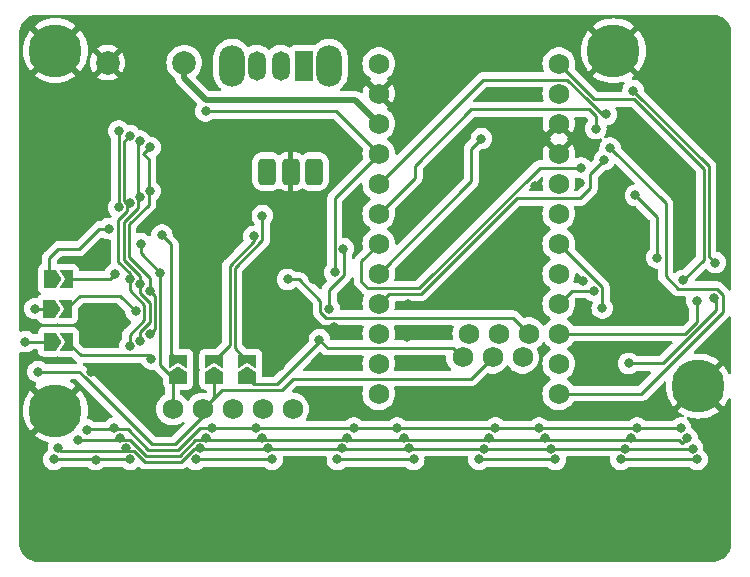
<source format=gbr>
%TF.GenerationSoftware,KiCad,Pcbnew,8.0.5*%
%TF.CreationDate,2024-10-29T12:08:31+01:00*%
%TF.ProjectId,mcu_holder,6d63755f-686f-46c6-9465-722e6b696361,rev?*%
%TF.SameCoordinates,Original*%
%TF.FileFunction,Copper,L2,Bot*%
%TF.FilePolarity,Positive*%
%FSLAX46Y46*%
G04 Gerber Fmt 4.6, Leading zero omitted, Abs format (unit mm)*
G04 Created by KiCad (PCBNEW 8.0.5) date 2024-10-29 12:08:31*
%MOMM*%
%LPD*%
G01*
G04 APERTURE LIST*
G04 Aperture macros list*
%AMRoundRect*
0 Rectangle with rounded corners*
0 $1 Rounding radius*
0 $2 $3 $4 $5 $6 $7 $8 $9 X,Y pos of 4 corners*
0 Add a 4 corners polygon primitive as box body*
4,1,4,$2,$3,$4,$5,$6,$7,$8,$9,$2,$3,0*
0 Add four circle primitives for the rounded corners*
1,1,$1+$1,$2,$3*
1,1,$1+$1,$4,$5*
1,1,$1+$1,$6,$7*
1,1,$1+$1,$8,$9*
0 Add four rect primitives between the rounded corners*
20,1,$1+$1,$2,$3,$4,$5,0*
20,1,$1+$1,$4,$5,$6,$7,0*
20,1,$1+$1,$6,$7,$8,$9,0*
20,1,$1+$1,$8,$9,$2,$3,0*%
%AMFreePoly0*
4,1,6,1.000000,0.000000,0.500000,-0.750000,-0.500000,-0.750000,-0.500000,0.750000,0.500000,0.750000,1.000000,0.000000,1.000000,0.000000,$1*%
%AMFreePoly1*
4,1,6,0.500000,-0.750000,-0.650000,-0.750000,-0.150000,0.000000,-0.650000,0.750000,0.500000,0.750000,0.500000,-0.750000,0.500000,-0.750000,$1*%
G04 Aperture macros list end*
%TA.AperFunction,ComponentPad*%
%ADD10C,4.500000*%
%TD*%
%TA.AperFunction,ComponentPad*%
%ADD11O,2.200000X3.500000*%
%TD*%
%TA.AperFunction,ComponentPad*%
%ADD12R,1.500000X2.500000*%
%TD*%
%TA.AperFunction,ComponentPad*%
%ADD13O,1.500000X2.500000*%
%TD*%
%TA.AperFunction,ComponentPad*%
%ADD14C,1.752600*%
%TD*%
%TA.AperFunction,ComponentPad*%
%ADD15C,2.000000*%
%TD*%
%TA.AperFunction,ComponentPad*%
%ADD16RoundRect,0.375000X0.375000X0.750000X-0.375000X0.750000X-0.375000X-0.750000X0.375000X-0.750000X0*%
%TD*%
%TA.AperFunction,SMDPad,CuDef*%
%ADD17FreePoly0,90.000000*%
%TD*%
%TA.AperFunction,SMDPad,CuDef*%
%ADD18FreePoly1,90.000000*%
%TD*%
%TA.AperFunction,SMDPad,CuDef*%
%ADD19FreePoly0,0.000000*%
%TD*%
%TA.AperFunction,SMDPad,CuDef*%
%ADD20FreePoly1,0.000000*%
%TD*%
%TA.AperFunction,ViaPad*%
%ADD21C,0.800000*%
%TD*%
%TA.AperFunction,Conductor*%
%ADD22C,0.250000*%
%TD*%
%TA.AperFunction,Conductor*%
%ADD23C,0.500000*%
%TD*%
G04 APERTURE END LIST*
D10*
%TO.P,H5,1,1*%
%TO.N,GND*%
X94486973Y-38100000D03*
%TD*%
%TO.P,H8,1,1*%
%TO.N,GND*%
X148929065Y-66500000D03*
%TD*%
D11*
%TO.P,SW17,*%
%TO.N,*%
X117654000Y-39370000D03*
X109454000Y-39370000D03*
D12*
%TO.P,SW17,1,A*%
%TO.N,unconnected-(SW17-A-Pad1)*%
X115554000Y-39370000D03*
D13*
%TO.P,SW17,2,B*%
%TO.N,BAT+*%
X113554000Y-39370000D03*
%TO.P,SW17,3,C*%
%TO.N,BATT_OR_5V*%
X111554000Y-39370000D03*
%TD*%
D14*
%TO.P,Display1,1,MOSI*%
%TO.N,NVMOSI*%
X104410000Y-68430000D03*
%TO.P,Display1,2,SCK*%
%TO.N,NVSCK*%
X106950000Y-68430000D03*
%TO.P,Display1,3,VCC*%
%TO.N,+3V3*%
X109490000Y-68430000D03*
%TO.P,Display1,4,GND*%
%TO.N,GND*%
X112030000Y-68430000D03*
%TO.P,Display1,5,CS*%
%TO.N,NVCS*%
X114570000Y-68430000D03*
%TD*%
D15*
%TO.P,SW16,1,1*%
%TO.N,RESET*%
X105410000Y-39116000D03*
%TO.P,SW16,2,2*%
%TO.N,GND*%
X98910000Y-39116000D03*
%TD*%
D10*
%TO.P,H7,1,1*%
%TO.N,GND*%
X141740000Y-38120000D03*
%TD*%
D16*
%TO.P,J7,1,Pin_1*%
%TO.N,BAT+*%
X112400000Y-48340000D03*
%TO.P,J7,2,Pin_2*%
%TO.N,GND*%
X114400000Y-48340000D03*
%TO.P,J7,3,Pin_3*%
%TO.N,BAT+*%
X116400000Y-48340000D03*
%TD*%
D10*
%TO.P,H6,1,1*%
%TO.N,GND*%
X94485092Y-68580000D03*
%TD*%
D17*
%TO.P,JP2,1,A*%
%TO.N,NVSCK*%
X107950000Y-65786000D03*
D18*
%TO.P,JP2,2,B*%
%TO.N,G*%
X107950000Y-64336000D03*
%TD*%
D19*
%TO.P,JP4,1,A*%
%TO.N,NVMOSI*%
X94017000Y-57404000D03*
D20*
%TO.P,JP4,2,B*%
%TO.N,B2*%
X95467000Y-57404000D03*
%TD*%
D17*
%TO.P,JP3,1,A*%
%TO.N,NVCS*%
X110744000Y-65786000D03*
D18*
%TO.P,JP3,2,B*%
%TO.N,R*%
X110744000Y-64336000D03*
%TD*%
D19*
%TO.P,JP6,1,A*%
%TO.N,NVCS*%
X94017000Y-62738000D03*
D20*
%TO.P,JP6,2,B*%
%TO.N,R2*%
X95467000Y-62738000D03*
%TD*%
D19*
%TO.P,JP5,1,A*%
%TO.N,NVSCK*%
X93980000Y-59944000D03*
D20*
%TO.P,JP5,2,B*%
%TO.N,G2*%
X95430000Y-59944000D03*
%TD*%
D17*
%TO.P,JP1,1,A*%
%TO.N,NVMOSI*%
X104902000Y-65786000D03*
D18*
%TO.P,JP1,2,B*%
%TO.N,B*%
X104902000Y-64336000D03*
%TD*%
D14*
%TO.P,J1,1,006*%
%TO.N,MOSI*%
X137120000Y-39205000D03*
%TO.P,J1,2,008*%
%TO.N,SPI_CS*%
X137120000Y-41745000D03*
%TO.P,J1,3,GND*%
%TO.N,GND*%
X137120000Y-44285000D03*
%TO.P,J1,4,GND*%
X137120000Y-46825000D03*
%TO.P,J1,5,017*%
%TO.N,MISO*%
X137120000Y-49365000D03*
%TO.P,J1,6,020*%
%TO.N,SCLK*%
X137120000Y-51905000D03*
%TO.P,J1,7,022*%
%TO.N,SDA*%
X137120000Y-54445000D03*
%TO.P,J1,8,024*%
%TO.N,SCL*%
X137120000Y-56985000D03*
%TO.P,J1,9,100*%
%TO.N,RGB_LED_OUT*%
X137120000Y-59525000D03*
%TO.P,J1,10,011*%
%TO.N,GPIO_AD1*%
X137120000Y-62065000D03*
%TO.P,J1,11,104*%
%TO.N,GPIO_AD2*%
X137120000Y-64605000D03*
%TO.P,J1,12,106*%
%TO.N,row_3*%
X137120000Y-67145000D03*
%TO.P,J1,13,009*%
%TO.N,row_2*%
X121880000Y-67145000D03*
%TO.P,J1,14,010*%
%TO.N,row_1*%
X121880000Y-64605000D03*
%TO.P,J1,15,111*%
%TO.N,row_0*%
X121880000Y-62065000D03*
%TO.P,J1,16,113*%
%TO.N,col3*%
X121880000Y-59525000D03*
%TO.P,J1,17,115*%
%TO.N,col4*%
X121880000Y-56985000D03*
%TO.P,J1,18,002*%
%TO.N,col2*%
X121880000Y-54445000D03*
%TO.P,J1,19,029*%
%TO.N,col1*%
X121880000Y-51905000D03*
%TO.P,J1,20,031*%
%TO.N,col0*%
X121880000Y-49365000D03*
%TO.P,J1,21,3V3*%
%TO.N,+3V3*%
X121880000Y-46825000D03*
%TO.P,J1,22,RST*%
%TO.N,RESET*%
X121880000Y-44285000D03*
%TO.P,J1,23,GND*%
%TO.N,GND*%
X121880000Y-41745000D03*
%TO.P,J1,24,BAT*%
%TO.N,BATT_OR_5V*%
X121880000Y-39205000D03*
%TO.P,J1,31,101*%
%TO.N,NVMOSI*%
X134580000Y-62065000D03*
X134040000Y-64055000D03*
%TO.P,J1,32,102*%
%TO.N,NVSCK*%
X132040000Y-62065000D03*
X131500000Y-64055000D03*
%TO.P,J1,33,107*%
%TO.N,NVCS*%
X129500000Y-62065000D03*
X128960000Y-64055000D03*
%TD*%
D21*
%TO.N,col2*%
X118360312Y-72708805D03*
X124829869Y-72708805D03*
X139020000Y-48030000D03*
%TO.N,row_0*%
X142740000Y-71784829D03*
X100775171Y-63115221D03*
X118739869Y-71783634D03*
X100775171Y-45284778D03*
X148450443Y-71784829D03*
X136450778Y-71784646D03*
X130740335Y-71784646D03*
X124450312Y-71783634D03*
X100451903Y-71781850D03*
X94741460Y-71781850D03*
X100775171Y-57404778D03*
X112451638Y-71782694D03*
X106741195Y-71782694D03*
X100775171Y-50995221D03*
%TO.N,row_1*%
X96390000Y-71070000D03*
X123980491Y-70900870D03*
X99982082Y-70899086D03*
X101657935Y-62645400D03*
X111981817Y-70899930D03*
X101657935Y-45754599D03*
X101657935Y-50525400D03*
X101657935Y-57874599D03*
X135980957Y-70901882D03*
X131210156Y-70901882D03*
X143209821Y-70902065D03*
X147980622Y-70902065D03*
X119209690Y-70900870D03*
X107211016Y-70899930D03*
%TO.N,row_2*%
X99438934Y-70059446D03*
X102497575Y-49982252D03*
X102497575Y-62102252D03*
X135437809Y-70062242D03*
X111438669Y-70060290D03*
X123437343Y-70061230D03*
X102497575Y-46297747D03*
X119752838Y-70061230D03*
X147437474Y-70062425D03*
X97200000Y-70210000D03*
X102497575Y-58417747D03*
X143752969Y-70062425D03*
X131753304Y-70062242D03*
X107754164Y-70060290D03*
%TO.N,col3*%
X106361638Y-72707865D03*
X140980000Y-47325000D03*
X112831195Y-72707865D03*
%TO.N,col0*%
X141140000Y-43500000D03*
X142360443Y-72710000D03*
X99850000Y-44905221D03*
X148830000Y-72710000D03*
X99850000Y-51374778D03*
%TO.N,col1*%
X136830335Y-72709817D03*
X130360778Y-72709817D03*
X140250000Y-44710000D03*
%TO.N,col4*%
X100831460Y-72707021D03*
X94361903Y-72707021D03*
X97890000Y-72720000D03*
X130550000Y-45550000D03*
%TO.N,GND*%
X97536000Y-65278000D03*
X98510000Y-54380000D03*
X131580000Y-59320000D03*
X133070000Y-41770000D03*
X116840000Y-54610000D03*
X92910000Y-55320000D03*
X134100000Y-47870000D03*
X124530000Y-64680000D03*
X119888000Y-64516000D03*
X141340000Y-49170000D03*
X139170000Y-57600000D03*
X101800000Y-66590000D03*
X134630000Y-56640000D03*
X138990000Y-44220000D03*
X117250000Y-64500000D03*
X119888000Y-53086000D03*
X119380000Y-58674000D03*
X114400000Y-44430000D03*
X140740000Y-56450000D03*
X138938000Y-49276000D03*
X135128000Y-49530000D03*
X124670000Y-43870000D03*
X140480000Y-66050000D03*
X141700000Y-53290000D03*
X124890000Y-56170000D03*
X100030000Y-60480000D03*
X139500000Y-46610000D03*
X118110000Y-61480000D03*
X127320000Y-68300000D03*
X116320000Y-57410000D03*
X97390000Y-56250000D03*
X146070000Y-60390000D03*
X147990000Y-48980000D03*
X119850000Y-40780000D03*
X140800000Y-63230000D03*
X123970000Y-52740000D03*
X113538000Y-64770000D03*
X124350000Y-59590000D03*
X134220000Y-44540000D03*
X124230000Y-62310000D03*
X126790000Y-48260000D03*
%TO.N,RGB_LED_OUT*%
X140064696Y-58415001D03*
%TO.N,+3V3*%
X118150000Y-56859000D03*
X107220000Y-43220000D03*
%TO.N,SDA*%
X140790000Y-59900000D03*
%TO.N,GPIO_AD2*%
X150260000Y-59080000D03*
X143015000Y-64575000D03*
%TO.N,GPIO_AD1*%
X148790000Y-59280000D03*
%TO.N,row_3*%
X141460000Y-46330000D03*
%TO.N,SPI_CS*%
X143410000Y-41490000D03*
X150370000Y-56040000D03*
%TO.N,NVCS*%
X116840000Y-62570000D03*
X91948000Y-62738000D03*
X117659303Y-59943997D03*
X118875000Y-54864000D03*
%TO.N,NVSCK*%
X93020000Y-65280000D03*
X92760000Y-59944000D03*
%TO.N,NVMOSI*%
X101740000Y-54440000D03*
X98990000Y-53170000D03*
X103378000Y-56896000D03*
X114145000Y-57455000D03*
%TO.N,MISO*%
X143600000Y-50360000D03*
X145430000Y-55640000D03*
%TO.N,MOSI*%
X147617347Y-57540000D03*
%TO.N,B*%
X103505000Y-53721000D03*
%TO.N,G*%
X111289001Y-53820304D03*
%TO.N,R*%
X112014000Y-52070000D03*
%TO.N,B2*%
X99520000Y-57020000D03*
%TO.N,G2*%
X101303000Y-60160000D03*
%TO.N,R2*%
X102620000Y-64190000D03*
%TD*%
D22*
%TO.N,col2*%
X120962000Y-58224000D02*
X120396000Y-57658000D01*
X120396000Y-57658000D02*
X120396000Y-55929000D01*
X135480000Y-48030000D02*
X125286000Y-58224000D01*
X125286000Y-58224000D02*
X120962000Y-58224000D01*
X118360312Y-72708805D02*
X124829869Y-72708805D01*
X120396000Y-55929000D02*
X121880000Y-54445000D01*
X139020000Y-48030000D02*
X135480000Y-48030000D01*
%TO.N,row_0*%
X105146198Y-72898000D02*
X106259369Y-71784829D01*
X100775171Y-56925087D02*
X100775171Y-57404778D01*
X102028000Y-60910126D02*
X102028000Y-59609873D01*
X94941631Y-71982021D02*
X101131765Y-71982021D01*
X100300000Y-45759949D02*
X100300000Y-50799473D01*
X101131765Y-71982021D02*
X102047744Y-72898000D01*
X100775171Y-63115221D02*
X100775171Y-62162955D01*
X100575000Y-51074473D02*
X100575000Y-51675083D01*
X102028000Y-59609873D02*
X100775171Y-58357044D01*
X100575000Y-51675083D02*
X99822000Y-52428083D01*
X102047744Y-72898000D02*
X105146198Y-72898000D01*
X99822000Y-52428083D02*
X99822000Y-55971916D01*
X99822000Y-55971916D02*
X100775171Y-56925087D01*
X94741460Y-71781850D02*
X94941631Y-71982021D01*
X100775171Y-62162955D02*
X102028000Y-60910126D01*
X106259369Y-71784829D02*
X148450443Y-71784829D01*
X100775171Y-58357044D02*
X100775171Y-57404778D01*
X100300000Y-50799473D02*
X100575000Y-51074473D01*
X100775171Y-45284778D02*
X100300000Y-45759949D01*
%TO.N,row_1*%
X147270723Y-71057694D02*
X106350108Y-71057694D01*
X102478000Y-59423477D02*
X101657935Y-58603412D01*
X100842990Y-71056850D02*
X96403150Y-71056850D01*
X101500171Y-51386308D02*
X100272000Y-52614479D01*
X101657935Y-58603412D02*
X101657935Y-57874599D01*
X100272000Y-55785520D02*
X101657935Y-57171455D01*
X101500171Y-45912363D02*
X101500171Y-51386308D01*
X96403150Y-71056850D02*
X96390000Y-71070000D01*
X105017802Y-72390000D02*
X102176140Y-72390000D01*
X147980622Y-70902065D02*
X147547858Y-71334829D01*
X102478000Y-61096522D02*
X102478000Y-59423477D01*
X101657935Y-62645400D02*
X101657935Y-61916587D01*
X101657935Y-45754599D02*
X101500171Y-45912363D01*
X100272000Y-52614479D02*
X100272000Y-55785520D01*
X147547858Y-71334829D02*
X147270723Y-71057694D01*
X102176140Y-72390000D02*
X100842990Y-71056850D01*
X101657935Y-61916587D02*
X102478000Y-61096522D01*
X106350108Y-71057694D02*
X105017802Y-72390000D01*
X101657935Y-57171455D02*
X101657935Y-57874599D01*
%TO.N,row_2*%
X100722000Y-52800875D02*
X100722000Y-55599124D01*
X97200000Y-70210000D02*
X97235914Y-70174086D01*
X100722000Y-55599124D02*
X102497575Y-57374699D01*
X102382935Y-47277915D02*
X102382935Y-51139940D01*
X100596622Y-70174086D02*
X102304536Y-71882000D01*
X101950171Y-46845151D02*
X102382935Y-47277915D01*
X102304536Y-71882000D02*
X104889406Y-71882000D01*
X102928000Y-61671827D02*
X102928000Y-58848172D01*
X102928000Y-58848172D02*
X102497575Y-58417747D01*
X104889406Y-71882000D02*
X106708981Y-70062425D01*
X102497575Y-62102252D02*
X102928000Y-61671827D01*
X102382935Y-51139940D02*
X100722000Y-52800875D01*
X102497575Y-46297747D02*
X101950171Y-46845151D01*
X102497575Y-57374699D02*
X102497575Y-58417747D01*
X106708981Y-70062425D02*
X147437474Y-70062425D01*
X97235914Y-70174086D02*
X100596622Y-70174086D01*
%TO.N,col3*%
X106361638Y-72707865D02*
X112831195Y-72707865D01*
X139770000Y-48535000D02*
X139770000Y-49750000D01*
X122731000Y-58674000D02*
X121880000Y-59525000D01*
X133535458Y-50610938D02*
X125472396Y-58674000D01*
X140980000Y-47325000D02*
X139770000Y-48535000D01*
X138909062Y-50610938D02*
X133535458Y-50610938D01*
X125472396Y-58674000D02*
X122731000Y-58674000D01*
X139770000Y-49750000D02*
X138909062Y-50610938D01*
%TO.N,col0*%
X137822304Y-40543700D02*
X139544302Y-42265698D01*
X99850000Y-44905221D02*
X99850000Y-51374778D01*
X142360443Y-72710000D02*
X148830000Y-72710000D01*
X121880000Y-49365000D02*
X130701300Y-40543700D01*
X140778604Y-43500000D02*
X141140000Y-43500000D01*
X137400000Y-40543700D02*
X137822304Y-40543700D01*
X130701300Y-40543700D02*
X137400000Y-40543700D01*
X139544302Y-42265698D02*
X140778604Y-43500000D01*
%TO.N,col1*%
X139660000Y-43070000D02*
X140250000Y-43660000D01*
X129720000Y-43070000D02*
X139660000Y-43070000D01*
X130360778Y-72709817D02*
X136830335Y-72709817D01*
X140250000Y-43660000D02*
X140250000Y-44710000D01*
X121880000Y-51905000D02*
X124940000Y-48845000D01*
X124940000Y-47850000D02*
X129720000Y-43070000D01*
X124940000Y-48845000D02*
X124940000Y-47850000D01*
%TO.N,col4*%
X130550000Y-45550000D02*
X129700000Y-46400000D01*
X129700000Y-49165000D02*
X121880000Y-56985000D01*
X94361903Y-72707021D02*
X100831460Y-72707021D01*
X129700000Y-46400000D02*
X129700000Y-49165000D01*
D23*
%TO.N,RESET*%
X105410000Y-40450000D02*
X105410000Y-39116000D01*
X119895000Y-42300000D02*
X107260000Y-42300000D01*
X121880000Y-44285000D02*
X119895000Y-42300000D01*
X107260000Y-42300000D02*
X105410000Y-40450000D01*
D22*
%TO.N,RGB_LED_OUT*%
X138229999Y-58415001D02*
X137120000Y-59525000D01*
X140064696Y-58415001D02*
X138229999Y-58415001D01*
%TO.N,+3V3*%
X118150000Y-56859000D02*
X118150000Y-50555000D01*
X121880000Y-46825000D02*
X118275000Y-43220000D01*
X118150000Y-50555000D02*
X121880000Y-46825000D01*
X118275000Y-43220000D02*
X107220000Y-43220000D01*
%TO.N,SDA*%
X140790000Y-59900000D02*
X140790000Y-58115000D01*
X140790000Y-58115000D02*
X137120000Y-54445000D01*
%TO.N,GPIO_AD2*%
X145945000Y-64575000D02*
X143015000Y-64575000D01*
X150260000Y-59080000D02*
X150424268Y-59244268D01*
X150424268Y-60095732D02*
X145945000Y-64575000D01*
X143015000Y-64575000D02*
X142985000Y-64605000D01*
X150424268Y-59244268D02*
X150424268Y-60095732D01*
%TO.N,GPIO_AD1*%
X148790000Y-59280000D02*
X148790000Y-61093604D01*
X147818604Y-62065000D02*
X137120000Y-62065000D01*
X148790000Y-61093604D02*
X147818604Y-62065000D01*
%TO.N,row_3*%
X146155000Y-51025000D02*
X146155000Y-57215000D01*
X141460000Y-46330000D02*
X146155000Y-51025000D01*
X150985000Y-60225000D02*
X144065000Y-67145000D01*
X150485000Y-58265000D02*
X150985000Y-58765000D01*
X147205000Y-58265000D02*
X150485000Y-58265000D01*
X150985000Y-58765000D02*
X150985000Y-60225000D01*
X144065000Y-67145000D02*
X137120000Y-67145000D01*
X146155000Y-57215000D02*
X147205000Y-58265000D01*
%TO.N,SPI_CS*%
X150370000Y-56040000D02*
X149820000Y-55490000D01*
X149820000Y-55490000D02*
X149820000Y-47900000D01*
X149820000Y-47900000D02*
X143410000Y-41490000D01*
%TO.N,NVCS*%
X94017000Y-62738000D02*
X91948000Y-62738000D01*
X118955000Y-57079305D02*
X118955000Y-54944000D01*
X116840000Y-62738000D02*
X113226000Y-66352000D01*
X128171300Y-63266300D02*
X128960000Y-64055000D01*
X117659303Y-59943997D02*
X117659303Y-58375002D01*
X117659303Y-58375002D02*
X118955000Y-57079305D01*
X117536300Y-63266300D02*
X128171300Y-63266300D01*
X111310000Y-66352000D02*
X110744000Y-65786000D01*
X116840000Y-62570000D02*
X116840000Y-62738000D01*
X113226000Y-66352000D02*
X111310000Y-66352000D01*
X118955000Y-54944000D02*
X118875000Y-54864000D01*
X116840000Y-62570000D02*
X117536300Y-63266300D01*
%TO.N,NVSCK*%
X92706000Y-59944000D02*
X92660000Y-59990000D01*
X129694111Y-65860889D02*
X131500000Y-64055000D01*
X93980000Y-59944000D02*
X92760000Y-59944000D01*
X104590000Y-71432000D02*
X106950000Y-69072000D01*
X102664695Y-71432000D02*
X104590000Y-71432000D01*
X113695700Y-66802000D02*
X114636811Y-65860889D01*
X96512696Y-65280000D02*
X96986348Y-65753652D01*
X107950000Y-67430000D02*
X107950000Y-65786000D01*
X108578000Y-66802000D02*
X113695700Y-66802000D01*
X114636811Y-65860889D02*
X129694111Y-65860889D01*
X106950000Y-69072000D02*
X106950000Y-68430000D01*
X92760000Y-59944000D02*
X92706000Y-59944000D01*
X93020000Y-65280000D02*
X96512696Y-65280000D01*
X106950000Y-68430000D02*
X108578000Y-66802000D01*
X96986348Y-65753652D02*
X102664695Y-71432000D01*
X106950000Y-68430000D02*
X107950000Y-67430000D01*
X106730000Y-68210000D02*
X106950000Y-68430000D01*
%TO.N,NVMOSI*%
X94017000Y-56987446D02*
X94017000Y-57404000D01*
X104410000Y-66278000D02*
X104410000Y-68430000D01*
X104902000Y-65786000D02*
X104410000Y-66278000D01*
X117416301Y-60726300D02*
X116934303Y-60244302D01*
X104485446Y-65786000D02*
X104902000Y-65786000D01*
X114145000Y-57455000D02*
X114080000Y-57390000D01*
X96520000Y-54864000D02*
X94742000Y-54864000D01*
X133241300Y-60726300D02*
X117416301Y-60726300D01*
X93980000Y-56950446D02*
X94017000Y-56987446D01*
X94742000Y-54864000D02*
X93980000Y-55626000D01*
X103378000Y-56896000D02*
X103378000Y-64678554D01*
X116934303Y-59276303D02*
X115113000Y-57455000D01*
X115113000Y-57455000D02*
X114145000Y-57455000D01*
X116934303Y-60244302D02*
X116934303Y-59276303D01*
X98214000Y-53170000D02*
X96520000Y-54864000D01*
X98990000Y-53170000D02*
X98214000Y-53170000D01*
X134580000Y-62065000D02*
X133241300Y-60726300D01*
X93980000Y-55626000D02*
X93980000Y-56950446D01*
X101740000Y-55258000D02*
X103378000Y-56896000D01*
X103378000Y-64678554D02*
X104485446Y-65786000D01*
X101740000Y-54440000D02*
X101740000Y-55258000D01*
%TO.N,MISO*%
X145430000Y-52190000D02*
X143600000Y-50360000D01*
X145430000Y-55640000D02*
X145430000Y-52190000D01*
%TO.N,MOSI*%
X147617347Y-57540000D02*
X149370000Y-55787347D01*
X143498604Y-42215000D02*
X140130000Y-42215000D01*
X140130000Y-42215000D02*
X137120000Y-39205000D01*
X149370000Y-48086396D02*
X143498604Y-42215000D01*
X149370000Y-55787347D02*
X149370000Y-48086396D01*
%TO.N,B*%
X103505000Y-53721000D02*
X104290000Y-54506000D01*
X104290000Y-63724000D02*
X104902000Y-64336000D01*
X104290000Y-54506000D02*
X104290000Y-63724000D01*
%TO.N,G*%
X109240000Y-56295000D02*
X109240000Y-63046000D01*
X111289001Y-54245999D02*
X109240000Y-56295000D01*
X109240000Y-63046000D02*
X107950000Y-64336000D01*
X111289001Y-53820304D02*
X111289001Y-54245999D01*
%TO.N,R*%
X112014000Y-52070000D02*
X112014000Y-54157396D01*
X109690000Y-56481396D02*
X109690000Y-63282000D01*
X112014000Y-54157396D02*
X109690000Y-56481396D01*
X109690000Y-63282000D02*
X110744000Y-64336000D01*
%TO.N,B2*%
X95467000Y-57404000D02*
X99136000Y-57404000D01*
X99136000Y-57404000D02*
X99520000Y-57020000D01*
%TO.N,G2*%
X96534000Y-58840000D02*
X95430000Y-59944000D01*
X101303000Y-60160000D02*
X99983000Y-58840000D01*
X99983000Y-58840000D02*
X96534000Y-58840000D01*
%TO.N,R2*%
X95467000Y-62738000D02*
X96639000Y-63910000D01*
X102340000Y-63910000D02*
X102620000Y-64190000D01*
X96639000Y-63910000D02*
X102340000Y-63910000D01*
%TD*%
%TA.AperFunction,Conductor*%
%TO.N,GND*%
G36*
X92946759Y-63391185D02*
G01*
X92992514Y-63443989D01*
X93003404Y-63486654D01*
X93008726Y-63561078D01*
X93008727Y-63561083D01*
X93049902Y-63701313D01*
X93049902Y-63701314D01*
X93128921Y-63824269D01*
X93128922Y-63824270D01*
X93128923Y-63824271D01*
X93239381Y-63919984D01*
X93291200Y-63943649D01*
X93372326Y-63980699D01*
X93372329Y-63980699D01*
X93372330Y-63980700D01*
X93517000Y-64001500D01*
X93517003Y-64001500D01*
X94516984Y-64001500D01*
X94517000Y-64001500D01*
X94581528Y-63997430D01*
X94627616Y-63984733D01*
X94678193Y-63981543D01*
X94817000Y-64001500D01*
X95783234Y-64001500D01*
X95850273Y-64021185D01*
X95870915Y-64037819D01*
X96146929Y-64313833D01*
X96204596Y-64371500D01*
X96235168Y-64402072D01*
X96261098Y-64419398D01*
X96305903Y-64473010D01*
X96314610Y-64542335D01*
X96284455Y-64605363D01*
X96225012Y-64642082D01*
X96192207Y-64646500D01*
X93727309Y-64646500D01*
X93660270Y-64626815D01*
X93635160Y-64605473D01*
X93631254Y-64601135D01*
X93595283Y-64575000D01*
X93476752Y-64488882D01*
X93302288Y-64411206D01*
X93302286Y-64411205D01*
X93115487Y-64371500D01*
X92924513Y-64371500D01*
X92737714Y-64411205D01*
X92737712Y-64411206D01*
X92602514Y-64471400D01*
X92563246Y-64488883D01*
X92408745Y-64601135D01*
X92280959Y-64743057D01*
X92185473Y-64908443D01*
X92185470Y-64908450D01*
X92130600Y-65077323D01*
X92126458Y-65090072D01*
X92106496Y-65280000D01*
X92126458Y-65469928D01*
X92126459Y-65469931D01*
X92185470Y-65651549D01*
X92185473Y-65651556D01*
X92280960Y-65816944D01*
X92408747Y-65958866D01*
X92563248Y-66071118D01*
X92737712Y-66148794D01*
X92786015Y-66159061D01*
X92847493Y-66192251D01*
X92881270Y-66253414D01*
X92876618Y-66323129D01*
X92836704Y-66377961D01*
X92724507Y-66465861D01*
X92724507Y-66465862D01*
X93544393Y-67285748D01*
X93442762Y-67359588D01*
X93264680Y-67537670D01*
X93190840Y-67639301D01*
X92370954Y-66819415D01*
X92217749Y-67014968D01*
X92045637Y-67299678D01*
X92045635Y-67299680D01*
X91909097Y-67603056D01*
X91909091Y-67603071D01*
X91810124Y-67920670D01*
X91750152Y-68247923D01*
X91730066Y-68580000D01*
X91750152Y-68912076D01*
X91810124Y-69239329D01*
X91909091Y-69556928D01*
X91909097Y-69556943D01*
X92045635Y-69860319D01*
X92045637Y-69860321D01*
X92217749Y-70145031D01*
X92217754Y-70145039D01*
X92370954Y-70340583D01*
X93190839Y-69520697D01*
X93264680Y-69622330D01*
X93442762Y-69800412D01*
X93544392Y-69874251D01*
X92724507Y-70694136D01*
X92724507Y-70694137D01*
X92920052Y-70847337D01*
X92920060Y-70847342D01*
X93204770Y-71019454D01*
X93204772Y-71019456D01*
X93508148Y-71155994D01*
X93508163Y-71156000D01*
X93825473Y-71254877D01*
X93883621Y-71293614D01*
X93911595Y-71357639D01*
X93906514Y-71411580D01*
X93847919Y-71591918D01*
X93847918Y-71591922D01*
X93847605Y-71594901D01*
X93827956Y-71781850D01*
X93839039Y-71887300D01*
X93826469Y-71956030D01*
X93788605Y-72000578D01*
X93750649Y-72028155D01*
X93622862Y-72170078D01*
X93527376Y-72335464D01*
X93527373Y-72335471D01*
X93476898Y-72490818D01*
X93468361Y-72517093D01*
X93448399Y-72707021D01*
X93468361Y-72896949D01*
X93468362Y-72896952D01*
X93527373Y-73078570D01*
X93527376Y-73078577D01*
X93622863Y-73243965D01*
X93725193Y-73357615D01*
X93749260Y-73384344D01*
X93750650Y-73385887D01*
X93905151Y-73498139D01*
X94079615Y-73575815D01*
X94266416Y-73615521D01*
X94457390Y-73615521D01*
X94644191Y-73575815D01*
X94818655Y-73498139D01*
X94973156Y-73385887D01*
X94977063Y-73381548D01*
X95036549Y-73344900D01*
X95069212Y-73340521D01*
X97171005Y-73340521D01*
X97238044Y-73360206D01*
X97263154Y-73381548D01*
X97278747Y-73398866D01*
X97433248Y-73511118D01*
X97607712Y-73588794D01*
X97794513Y-73628500D01*
X97985487Y-73628500D01*
X98172288Y-73588794D01*
X98346752Y-73511118D01*
X98501253Y-73398866D01*
X98516844Y-73381549D01*
X98576331Y-73344901D01*
X98608995Y-73340521D01*
X100124151Y-73340521D01*
X100191190Y-73360206D01*
X100216300Y-73381548D01*
X100218817Y-73384344D01*
X100220207Y-73385887D01*
X100374708Y-73498139D01*
X100549172Y-73575815D01*
X100735973Y-73615521D01*
X100926947Y-73615521D01*
X101113748Y-73575815D01*
X101288212Y-73498139D01*
X101442713Y-73385887D01*
X101448618Y-73379327D01*
X101508101Y-73342676D01*
X101577958Y-73344002D01*
X101628453Y-73374614D01*
X101643907Y-73390068D01*
X101643911Y-73390071D01*
X101747662Y-73459396D01*
X101747668Y-73459399D01*
X101747669Y-73459400D01*
X101862959Y-73507155D01*
X101985345Y-73531499D01*
X101985349Y-73531500D01*
X101985350Y-73531500D01*
X105208593Y-73531500D01*
X105208594Y-73531499D01*
X105330983Y-73507155D01*
X105446273Y-73459400D01*
X105550031Y-73390071D01*
X105564644Y-73375457D01*
X105625963Y-73341973D01*
X105695654Y-73346956D01*
X105744475Y-73380168D01*
X105750380Y-73386727D01*
X105750382Y-73386728D01*
X105750385Y-73386731D01*
X105904886Y-73498983D01*
X106079350Y-73576659D01*
X106266151Y-73616365D01*
X106457125Y-73616365D01*
X106643926Y-73576659D01*
X106818390Y-73498983D01*
X106972891Y-73386731D01*
X106976798Y-73382392D01*
X107036284Y-73345744D01*
X107068947Y-73341365D01*
X112123886Y-73341365D01*
X112190925Y-73361050D01*
X112216035Y-73382392D01*
X112216881Y-73383332D01*
X112219942Y-73386731D01*
X112374443Y-73498983D01*
X112548907Y-73576659D01*
X112735708Y-73616365D01*
X112926682Y-73616365D01*
X113113483Y-73576659D01*
X113287947Y-73498983D01*
X113442448Y-73386731D01*
X113570235Y-73244809D01*
X113665722Y-73079421D01*
X113724737Y-72897793D01*
X113744699Y-72707865D01*
X113728662Y-72555287D01*
X113741231Y-72486561D01*
X113788963Y-72435537D01*
X113851983Y-72418329D01*
X117339623Y-72418329D01*
X117406662Y-72438014D01*
X117452417Y-72490818D01*
X117462943Y-72555286D01*
X117446808Y-72708805D01*
X117466770Y-72898733D01*
X117466771Y-72898736D01*
X117525782Y-73080354D01*
X117525785Y-73080361D01*
X117621272Y-73245749D01*
X117708211Y-73342305D01*
X117748212Y-73386731D01*
X117749059Y-73387671D01*
X117903560Y-73499923D01*
X118078024Y-73577599D01*
X118264825Y-73617305D01*
X118455799Y-73617305D01*
X118642600Y-73577599D01*
X118817064Y-73499923D01*
X118971565Y-73387671D01*
X118975472Y-73383332D01*
X119034958Y-73346684D01*
X119067621Y-73342305D01*
X124122560Y-73342305D01*
X124189599Y-73361990D01*
X124214709Y-73383332D01*
X124217769Y-73386731D01*
X124218616Y-73387671D01*
X124373117Y-73499923D01*
X124547581Y-73577599D01*
X124734382Y-73617305D01*
X124925356Y-73617305D01*
X125112157Y-73577599D01*
X125286621Y-73499923D01*
X125441122Y-73387671D01*
X125568909Y-73245749D01*
X125664396Y-73080361D01*
X125723411Y-72898733D01*
X125743373Y-72708805D01*
X125727237Y-72555286D01*
X125739806Y-72486561D01*
X125787538Y-72435537D01*
X125850558Y-72418329D01*
X129340195Y-72418329D01*
X129407234Y-72438014D01*
X129452989Y-72490818D01*
X129463515Y-72555287D01*
X129447274Y-72709817D01*
X129467236Y-72899745D01*
X129467237Y-72899748D01*
X129526248Y-73081366D01*
X129526251Y-73081373D01*
X129621738Y-73246761D01*
X129653663Y-73282217D01*
X129747765Y-73386729D01*
X129749525Y-73388683D01*
X129904026Y-73500935D01*
X130078490Y-73578611D01*
X130265291Y-73618317D01*
X130456265Y-73618317D01*
X130643066Y-73578611D01*
X130817530Y-73500935D01*
X130972031Y-73388683D01*
X130975938Y-73384344D01*
X131035424Y-73347696D01*
X131068087Y-73343317D01*
X136123026Y-73343317D01*
X136190065Y-73363002D01*
X136215175Y-73384344D01*
X136217322Y-73386729D01*
X136219082Y-73388683D01*
X136373583Y-73500935D01*
X136548047Y-73578611D01*
X136734848Y-73618317D01*
X136925822Y-73618317D01*
X137112623Y-73578611D01*
X137287087Y-73500935D01*
X137441588Y-73388683D01*
X137569375Y-73246761D01*
X137664862Y-73081373D01*
X137723877Y-72899745D01*
X137743839Y-72709817D01*
X137727597Y-72555288D01*
X137740166Y-72486561D01*
X137787898Y-72435537D01*
X137850918Y-72418329D01*
X141339879Y-72418329D01*
X141406918Y-72438014D01*
X141452673Y-72490818D01*
X141463199Y-72555288D01*
X141449289Y-72687638D01*
X141447065Y-72708805D01*
X141446939Y-72710000D01*
X141466901Y-72899928D01*
X141466902Y-72899931D01*
X141525913Y-73081549D01*
X141525916Y-73081556D01*
X141621403Y-73246944D01*
X141708178Y-73343317D01*
X141747267Y-73386731D01*
X141749190Y-73388866D01*
X141903691Y-73501118D01*
X142078155Y-73578794D01*
X142264956Y-73618500D01*
X142455930Y-73618500D01*
X142642731Y-73578794D01*
X142817195Y-73501118D01*
X142971696Y-73388866D01*
X142975603Y-73384527D01*
X143035089Y-73347879D01*
X143067752Y-73343500D01*
X148122691Y-73343500D01*
X148189730Y-73363185D01*
X148214840Y-73384527D01*
X148216824Y-73386731D01*
X148218747Y-73388866D01*
X148373248Y-73501118D01*
X148547712Y-73578794D01*
X148734513Y-73618500D01*
X148925487Y-73618500D01*
X149112288Y-73578794D01*
X149286752Y-73501118D01*
X149441253Y-73388866D01*
X149569040Y-73246944D01*
X149664527Y-73081556D01*
X149723542Y-72899928D01*
X149743504Y-72710000D01*
X149723542Y-72520072D01*
X149664527Y-72338444D01*
X149569040Y-72173056D01*
X149518989Y-72117469D01*
X149441258Y-72031138D01*
X149441249Y-72031131D01*
X149403298Y-72003557D01*
X149360632Y-71948227D01*
X149352863Y-71890280D01*
X149363947Y-71784829D01*
X149343985Y-71594901D01*
X149284970Y-71413273D01*
X149189483Y-71247885D01*
X149061696Y-71105963D01*
X149012197Y-71070000D01*
X148944022Y-71020467D01*
X148901357Y-70965136D01*
X148893588Y-70907184D01*
X148893625Y-70906822D01*
X148894126Y-70902065D01*
X148874164Y-70712137D01*
X148815149Y-70530509D01*
X148719662Y-70365121D01*
X148591875Y-70223199D01*
X148507827Y-70162134D01*
X148437373Y-70110946D01*
X148417488Y-70102093D01*
X148364251Y-70056842D01*
X148344603Y-70001778D01*
X148331016Y-69872497D01*
X148272001Y-69690869D01*
X148176514Y-69525481D01*
X148048727Y-69383559D01*
X148047082Y-69382364D01*
X147989561Y-69340571D01*
X147946895Y-69285241D01*
X147940917Y-69215628D01*
X147973523Y-69153833D01*
X148034363Y-69119476D01*
X148099338Y-69121869D01*
X148269738Y-69174968D01*
X148596988Y-69234939D01*
X148929065Y-69255025D01*
X149261141Y-69234939D01*
X149588394Y-69174967D01*
X149905993Y-69076000D01*
X149906008Y-69075994D01*
X150209384Y-68939456D01*
X150209386Y-68939454D01*
X150494095Y-68767343D01*
X150689648Y-68614137D01*
X150689648Y-68614136D01*
X149869763Y-67794251D01*
X149971395Y-67720412D01*
X150149477Y-67542330D01*
X150223316Y-67440698D01*
X151043201Y-68260583D01*
X151043202Y-68260583D01*
X151196408Y-68065030D01*
X151368519Y-67780321D01*
X151368520Y-67780319D01*
X151462924Y-67570564D01*
X151508389Y-67517509D01*
X151575319Y-67497457D01*
X151642465Y-67516773D01*
X151688510Y-67569325D01*
X151700000Y-67621455D01*
X151700000Y-79848791D01*
X151699976Y-79851223D01*
X151697818Y-79961223D01*
X151696315Y-79978189D01*
X151661709Y-80196680D01*
X151657167Y-80215600D01*
X151589186Y-80424827D01*
X151581740Y-80442804D01*
X151481861Y-80638826D01*
X151471694Y-80655416D01*
X151342387Y-80833393D01*
X151329750Y-80848189D01*
X151174189Y-81003750D01*
X151159393Y-81016387D01*
X150981416Y-81145694D01*
X150964826Y-81155861D01*
X150768804Y-81255740D01*
X150750827Y-81263186D01*
X150541600Y-81331167D01*
X150522680Y-81335709D01*
X150304189Y-81370315D01*
X150287223Y-81371818D01*
X150177224Y-81373976D01*
X150174792Y-81374000D01*
X92965208Y-81374000D01*
X92962776Y-81373976D01*
X92852776Y-81371818D01*
X92835810Y-81370315D01*
X92617319Y-81335709D01*
X92598399Y-81331167D01*
X92389172Y-81263186D01*
X92371195Y-81255740D01*
X92175173Y-81155861D01*
X92158583Y-81145694D01*
X91980606Y-81016387D01*
X91965810Y-81003750D01*
X91810249Y-80848189D01*
X91797612Y-80833393D01*
X91668305Y-80655416D01*
X91658138Y-80638826D01*
X91558259Y-80442804D01*
X91550813Y-80424827D01*
X91482832Y-80215600D01*
X91478290Y-80196680D01*
X91443684Y-79978189D01*
X91442181Y-79961230D01*
X91440024Y-79851222D01*
X91440000Y-79848791D01*
X91440000Y-63697243D01*
X91459685Y-63630204D01*
X91512489Y-63584449D01*
X91581647Y-63574505D01*
X91614432Y-63583962D01*
X91665712Y-63606794D01*
X91852513Y-63646500D01*
X92043487Y-63646500D01*
X92230288Y-63606794D01*
X92404752Y-63529118D01*
X92559253Y-63416866D01*
X92563160Y-63412527D01*
X92622646Y-63375879D01*
X92655309Y-63371500D01*
X92879720Y-63371500D01*
X92946759Y-63391185D01*
G37*
%TD.AperFunction*%
%TA.AperFunction,Conductor*%
G36*
X101770496Y-64563185D02*
G01*
X101810844Y-64605500D01*
X101880960Y-64726944D01*
X102008747Y-64868866D01*
X102163248Y-64981118D01*
X102337712Y-65058794D01*
X102524513Y-65098500D01*
X102715486Y-65098500D01*
X102715487Y-65098500D01*
X102803483Y-65079795D01*
X102873149Y-65085110D01*
X102916945Y-65113404D01*
X103602181Y-65798639D01*
X103635666Y-65859962D01*
X103638500Y-65886320D01*
X103638500Y-66286002D01*
X103643726Y-66359077D01*
X103643727Y-66359083D01*
X103684902Y-66499313D01*
X103684902Y-66499314D01*
X103726226Y-66563614D01*
X103756815Y-66611211D01*
X103776500Y-66678249D01*
X103776500Y-67124366D01*
X103756815Y-67191405D01*
X103711519Y-67233420D01*
X103649995Y-67266715D01*
X103649993Y-67266716D01*
X103468887Y-67407677D01*
X103313450Y-67576525D01*
X103187930Y-67768649D01*
X103095743Y-67978814D01*
X103039405Y-68201291D01*
X103020454Y-68429994D01*
X103020454Y-68430005D01*
X103039405Y-68658708D01*
X103095743Y-68881185D01*
X103187930Y-69091350D01*
X103313450Y-69283474D01*
X103313453Y-69283477D01*
X103468886Y-69452322D01*
X103529575Y-69499558D01*
X103636174Y-69582528D01*
X103649990Y-69593281D01*
X103851826Y-69702509D01*
X104068887Y-69777026D01*
X104295252Y-69814800D01*
X104295253Y-69814800D01*
X104524747Y-69814800D01*
X104524748Y-69814800D01*
X104751113Y-69777026D01*
X104968174Y-69702509D01*
X105170010Y-69593281D01*
X105230579Y-69546138D01*
X105295571Y-69520495D01*
X105364111Y-69534061D01*
X105414437Y-69582528D01*
X105430570Y-69650510D01*
X105407388Y-69716422D01*
X105394422Y-69731672D01*
X104363915Y-70762181D01*
X104302592Y-70795666D01*
X104276234Y-70798500D01*
X102978461Y-70798500D01*
X102911422Y-70778815D01*
X102890780Y-70762181D01*
X97390181Y-65261581D01*
X96916532Y-64787931D01*
X96916528Y-64787928D01*
X96890598Y-64770602D01*
X96845793Y-64716990D01*
X96837086Y-64647665D01*
X96867241Y-64584637D01*
X96926684Y-64547918D01*
X96959489Y-64543500D01*
X101703457Y-64543500D01*
X101770496Y-64563185D01*
G37*
%TD.AperFunction*%
%TA.AperFunction,Conductor*%
G36*
X96265969Y-65933185D02*
G01*
X96286611Y-65949819D01*
X96494277Y-66157485D01*
X99300955Y-68964164D01*
X99334440Y-69025487D01*
X99329456Y-69095179D01*
X99287584Y-69151112D01*
X99239055Y-69173135D01*
X99156648Y-69190651D01*
X98982180Y-69268329D01*
X98827679Y-69380581D01*
X98720553Y-69499558D01*
X98661066Y-69536207D01*
X98628403Y-69540586D01*
X97864553Y-69540586D01*
X97797514Y-69520901D01*
X97791667Y-69516904D01*
X97656752Y-69418882D01*
X97482288Y-69341206D01*
X97482286Y-69341205D01*
X97295486Y-69301499D01*
X97289020Y-69300820D01*
X97289203Y-69299076D01*
X97230417Y-69281815D01*
X97184662Y-69229011D01*
X97174718Y-69159853D01*
X97175487Y-69155148D01*
X97220031Y-68912076D01*
X97240117Y-68580000D01*
X97220031Y-68247923D01*
X97160059Y-67920670D01*
X97061092Y-67603071D01*
X97061086Y-67603056D01*
X96924548Y-67299680D01*
X96924546Y-67299678D01*
X96752434Y-67014968D01*
X96752429Y-67014960D01*
X96599228Y-66819415D01*
X95779343Y-67639300D01*
X95705504Y-67537670D01*
X95527422Y-67359588D01*
X95425790Y-67285748D01*
X96245675Y-66465862D01*
X96245675Y-66465861D01*
X96050131Y-66312662D01*
X96050123Y-66312657D01*
X95770495Y-66143617D01*
X95723308Y-66092090D01*
X95711469Y-66023230D01*
X95738737Y-65958901D01*
X95796456Y-65919527D01*
X95834645Y-65913500D01*
X96198930Y-65913500D01*
X96265969Y-65933185D01*
G37*
%TD.AperFunction*%
%TA.AperFunction,Conductor*%
G36*
X135931905Y-62786600D02*
G01*
X135953809Y-62811879D01*
X136023450Y-62918474D01*
X136032153Y-62927928D01*
X136178886Y-63087322D01*
X136359990Y-63228281D01*
X136359993Y-63228283D01*
X136364291Y-63231091D01*
X136362941Y-63233156D01*
X136405267Y-63275170D01*
X136420372Y-63343387D01*
X136396198Y-63408942D01*
X136363323Y-63437428D01*
X136364291Y-63438909D01*
X136359993Y-63441716D01*
X136178887Y-63582677D01*
X136023450Y-63751525D01*
X135897930Y-63943649D01*
X135805743Y-64153814D01*
X135749405Y-64376291D01*
X135730454Y-64604994D01*
X135730454Y-64605005D01*
X135749405Y-64833708D01*
X135805743Y-65056185D01*
X135897930Y-65266350D01*
X136023450Y-65458474D01*
X136023453Y-65458477D01*
X136178886Y-65627322D01*
X136359990Y-65768281D01*
X136359993Y-65768283D01*
X136364291Y-65771091D01*
X136362941Y-65773156D01*
X136405267Y-65815170D01*
X136420372Y-65883387D01*
X136396198Y-65948942D01*
X136363323Y-65977428D01*
X136364291Y-65978909D01*
X136359993Y-65981716D01*
X136178887Y-66122677D01*
X136023450Y-66291525D01*
X135897930Y-66483649D01*
X135805743Y-66693814D01*
X135749405Y-66916291D01*
X135730454Y-67144994D01*
X135730454Y-67145005D01*
X135749405Y-67373708D01*
X135805743Y-67596185D01*
X135897930Y-67806350D01*
X136023450Y-67998474D01*
X136023452Y-67998476D01*
X136023453Y-67998477D01*
X136178886Y-68167322D01*
X136359990Y-68308281D01*
X136561826Y-68417509D01*
X136778887Y-68492026D01*
X137005252Y-68529800D01*
X137005253Y-68529800D01*
X137234747Y-68529800D01*
X137234748Y-68529800D01*
X137461113Y-68492026D01*
X137678174Y-68417509D01*
X137880010Y-68308281D01*
X138061114Y-68167322D01*
X138216547Y-67998477D01*
X138323562Y-67834677D01*
X138376709Y-67789322D01*
X138427371Y-67778500D01*
X144127395Y-67778500D01*
X144127396Y-67778499D01*
X144249785Y-67754155D01*
X144365075Y-67706400D01*
X144468833Y-67637071D01*
X145979424Y-66126479D01*
X146040743Y-66092997D01*
X146110434Y-66097981D01*
X146166368Y-66139852D01*
X146190785Y-66205317D01*
X146190875Y-66221649D01*
X146174039Y-66499999D01*
X146194125Y-66832076D01*
X146254097Y-67159329D01*
X146353064Y-67476928D01*
X146353070Y-67476943D01*
X146489608Y-67780319D01*
X146489610Y-67780321D01*
X146661722Y-68065031D01*
X146661727Y-68065039D01*
X146814927Y-68260583D01*
X147634812Y-67440697D01*
X147708653Y-67542330D01*
X147886735Y-67720412D01*
X147988365Y-67794251D01*
X147168480Y-68614136D01*
X147168480Y-68614137D01*
X147364025Y-68767337D01*
X147364040Y-68767347D01*
X147629756Y-68927977D01*
X147676944Y-68979504D01*
X147688783Y-69048364D01*
X147661515Y-69112693D01*
X147603796Y-69152067D01*
X147539829Y-69155384D01*
X147532961Y-69153925D01*
X147341987Y-69153925D01*
X147155188Y-69193630D01*
X147155186Y-69193631D01*
X146985518Y-69269172D01*
X146980720Y-69271308D01*
X146826219Y-69383560D01*
X146822314Y-69387898D01*
X146762828Y-69424546D01*
X146730165Y-69428925D01*
X144460278Y-69428925D01*
X144393239Y-69409240D01*
X144368129Y-69387898D01*
X144364223Y-69383560D01*
X144364218Y-69383556D01*
X144209721Y-69271307D01*
X144035257Y-69193631D01*
X144035255Y-69193630D01*
X143848456Y-69153925D01*
X143657482Y-69153925D01*
X143470683Y-69193630D01*
X143470681Y-69193631D01*
X143301013Y-69269172D01*
X143296215Y-69271308D01*
X143141714Y-69383560D01*
X143137809Y-69387898D01*
X143078323Y-69424546D01*
X143045660Y-69428925D01*
X136145283Y-69428925D01*
X136078244Y-69409240D01*
X136053134Y-69387898D01*
X136049064Y-69383378D01*
X136049063Y-69383377D01*
X136049062Y-69383376D01*
X135894561Y-69271124D01*
X135720097Y-69193448D01*
X135720095Y-69193447D01*
X135533296Y-69153742D01*
X135342322Y-69153742D01*
X135155523Y-69193447D01*
X135155521Y-69193448D01*
X134985442Y-69269172D01*
X134981055Y-69271125D01*
X134826553Y-69383378D01*
X134822484Y-69387898D01*
X134762997Y-69424546D01*
X134730335Y-69428925D01*
X132460778Y-69428925D01*
X132393739Y-69409240D01*
X132368629Y-69387898D01*
X132364559Y-69383378D01*
X132364558Y-69383377D01*
X132364557Y-69383376D01*
X132210056Y-69271124D01*
X132035592Y-69193448D01*
X132035590Y-69193447D01*
X131848791Y-69153742D01*
X131657817Y-69153742D01*
X131471018Y-69193447D01*
X131471016Y-69193448D01*
X131300937Y-69269172D01*
X131296550Y-69271125D01*
X131142048Y-69383378D01*
X131137979Y-69387898D01*
X131078492Y-69424546D01*
X131045830Y-69428925D01*
X124145728Y-69428925D01*
X124078689Y-69409240D01*
X124053579Y-69387898D01*
X124048597Y-69382365D01*
X124046141Y-69380580D01*
X123894095Y-69270112D01*
X123719631Y-69192436D01*
X123719629Y-69192435D01*
X123532830Y-69152730D01*
X123341856Y-69152730D01*
X123155057Y-69192435D01*
X123155055Y-69192436D01*
X122982703Y-69269172D01*
X122980589Y-69270113D01*
X122826088Y-69382365D01*
X122821107Y-69387898D01*
X122761621Y-69424546D01*
X122728958Y-69428925D01*
X120461223Y-69428925D01*
X120394184Y-69409240D01*
X120369074Y-69387898D01*
X120364092Y-69382365D01*
X120361636Y-69380580D01*
X120209590Y-69270112D01*
X120035126Y-69192436D01*
X120035124Y-69192435D01*
X119848325Y-69152730D01*
X119657351Y-69152730D01*
X119470552Y-69192435D01*
X119470550Y-69192436D01*
X119298198Y-69269172D01*
X119296084Y-69270113D01*
X119141583Y-69382365D01*
X119136602Y-69387898D01*
X119077116Y-69424546D01*
X119044453Y-69428925D01*
X115800653Y-69428925D01*
X115733614Y-69409240D01*
X115687859Y-69356436D01*
X115677915Y-69287278D01*
X115696843Y-69237105D01*
X115792069Y-69091351D01*
X115884257Y-68881185D01*
X115940594Y-68658712D01*
X115951276Y-68529800D01*
X115959546Y-68430005D01*
X115959546Y-68429994D01*
X115940594Y-68201291D01*
X115940594Y-68201288D01*
X115884257Y-67978815D01*
X115792069Y-67768649D01*
X115782599Y-67754154D01*
X115666549Y-67576525D01*
X115630780Y-67537670D01*
X115511114Y-67407678D01*
X115422341Y-67338583D01*
X115330012Y-67266720D01*
X115330007Y-67266717D01*
X115128180Y-67157494D01*
X115128177Y-67157492D01*
X115128174Y-67157491D01*
X115128171Y-67157490D01*
X115128169Y-67157489D01*
X114911115Y-67082974D01*
X114735068Y-67053597D01*
X114684748Y-67045200D01*
X114647765Y-67045200D01*
X114580726Y-67025515D01*
X114534971Y-66972711D01*
X114525027Y-66903553D01*
X114554052Y-66839997D01*
X114560084Y-66833519D01*
X114614904Y-66778700D01*
X114862896Y-66530708D01*
X114924219Y-66497223D01*
X114950577Y-66494389D01*
X120463423Y-66494389D01*
X120530462Y-66514074D01*
X120576217Y-66566878D01*
X120586161Y-66636036D01*
X120576979Y-66668199D01*
X120565743Y-66693814D01*
X120509405Y-66916291D01*
X120490454Y-67144994D01*
X120490454Y-67145005D01*
X120509405Y-67373708D01*
X120565743Y-67596185D01*
X120657930Y-67806350D01*
X120783450Y-67998474D01*
X120783452Y-67998476D01*
X120783453Y-67998477D01*
X120938886Y-68167322D01*
X121119990Y-68308281D01*
X121321826Y-68417509D01*
X121538887Y-68492026D01*
X121765252Y-68529800D01*
X121765253Y-68529800D01*
X121994747Y-68529800D01*
X121994748Y-68529800D01*
X122221113Y-68492026D01*
X122438174Y-68417509D01*
X122640010Y-68308281D01*
X122821114Y-68167322D01*
X122976547Y-67998477D01*
X123102069Y-67806351D01*
X123194257Y-67596185D01*
X123250594Y-67373712D01*
X123269546Y-67145000D01*
X123267836Y-67124366D01*
X123252625Y-66940803D01*
X123250594Y-66916288D01*
X123194257Y-66693815D01*
X123186953Y-66677165D01*
X123183021Y-66668199D01*
X123174118Y-66598899D01*
X123204095Y-66535787D01*
X123263435Y-66498900D01*
X123296577Y-66494389D01*
X129756506Y-66494389D01*
X129756507Y-66494388D01*
X129878896Y-66470044D01*
X129994186Y-66422289D01*
X130097944Y-66352960D01*
X131022260Y-65428642D01*
X131083581Y-65395159D01*
X131150200Y-65399043D01*
X131158887Y-65402026D01*
X131385252Y-65439800D01*
X131385253Y-65439800D01*
X131614747Y-65439800D01*
X131614748Y-65439800D01*
X131841113Y-65402026D01*
X132058174Y-65327509D01*
X132260010Y-65218281D01*
X132441114Y-65077322D01*
X132596547Y-64908477D01*
X132622426Y-64868866D01*
X132666191Y-64801879D01*
X132719337Y-64756522D01*
X132788569Y-64747098D01*
X132851905Y-64776600D01*
X132873809Y-64801879D01*
X132943450Y-64908474D01*
X132943453Y-64908477D01*
X133098886Y-65077322D01*
X133192223Y-65149969D01*
X133273049Y-65212879D01*
X133279990Y-65218281D01*
X133481826Y-65327509D01*
X133698887Y-65402026D01*
X133925252Y-65439800D01*
X133925253Y-65439800D01*
X134154747Y-65439800D01*
X134154748Y-65439800D01*
X134381113Y-65402026D01*
X134598174Y-65327509D01*
X134800010Y-65218281D01*
X134981114Y-65077322D01*
X135136547Y-64908477D01*
X135262069Y-64716351D01*
X135354257Y-64506185D01*
X135410594Y-64283712D01*
X135429546Y-64055000D01*
X135428122Y-64037819D01*
X135416741Y-63900473D01*
X135410594Y-63826288D01*
X135354257Y-63603815D01*
X135264252Y-63398627D01*
X135255350Y-63329328D01*
X135285327Y-63266216D01*
X135318792Y-63239763D01*
X135340010Y-63228281D01*
X135521114Y-63087322D01*
X135676547Y-62918477D01*
X135717629Y-62855596D01*
X135746191Y-62811879D01*
X135799337Y-62766522D01*
X135868569Y-62757098D01*
X135931905Y-62786600D01*
G37*
%TD.AperFunction*%
%TA.AperFunction,Conductor*%
G36*
X150177223Y-35052024D02*
G01*
X150179277Y-35052064D01*
X150287230Y-35054181D01*
X150304181Y-35055683D01*
X150522680Y-35090290D01*
X150541601Y-35094832D01*
X150750832Y-35162815D01*
X150768800Y-35170257D01*
X150866815Y-35220198D01*
X150964826Y-35270138D01*
X150981416Y-35280305D01*
X151159393Y-35409612D01*
X151174189Y-35422249D01*
X151329750Y-35577810D01*
X151342387Y-35592606D01*
X151471694Y-35770583D01*
X151481861Y-35787173D01*
X151581740Y-35983195D01*
X151589186Y-36001172D01*
X151657167Y-36210399D01*
X151661709Y-36229319D01*
X151696315Y-36447810D01*
X151697818Y-36464776D01*
X151699976Y-36574776D01*
X151700000Y-36577208D01*
X151700000Y-58286248D01*
X151680315Y-58353287D01*
X151627511Y-58399042D01*
X151558353Y-58408986D01*
X151494797Y-58379961D01*
X151480148Y-58364914D01*
X151477072Y-58361166D01*
X150888836Y-57772931D01*
X150888832Y-57772928D01*
X150785081Y-57703603D01*
X150785072Y-57703598D01*
X150669785Y-57655845D01*
X150669777Y-57655843D01*
X150547398Y-57631500D01*
X150547394Y-57631500D01*
X148721113Y-57631500D01*
X148654074Y-57611815D01*
X148608319Y-57559011D01*
X148598375Y-57489853D01*
X148627400Y-57426297D01*
X148633432Y-57419819D01*
X149036715Y-57016536D01*
X149465291Y-56587959D01*
X149526612Y-56554476D01*
X149596303Y-56559460D01*
X149645119Y-56592669D01*
X149695338Y-56648443D01*
X149738437Y-56696310D01*
X149758747Y-56718866D01*
X149913248Y-56831118D01*
X150087712Y-56908794D01*
X150274513Y-56948500D01*
X150465487Y-56948500D01*
X150652288Y-56908794D01*
X150826752Y-56831118D01*
X150981253Y-56718866D01*
X151109040Y-56576944D01*
X151204527Y-56411556D01*
X151263542Y-56229928D01*
X151283504Y-56040000D01*
X151263542Y-55850072D01*
X151204527Y-55668444D01*
X151109040Y-55503056D01*
X150981253Y-55361134D01*
X150826752Y-55248882D01*
X150652288Y-55171206D01*
X150652286Y-55171205D01*
X150652285Y-55171205D01*
X150551719Y-55149829D01*
X150490237Y-55116636D01*
X150456461Y-55055473D01*
X150453500Y-55028539D01*
X150453500Y-47837605D01*
X150453499Y-47837601D01*
X150438637Y-47762885D01*
X150429155Y-47715215D01*
X150381400Y-47599925D01*
X150381399Y-47599924D01*
X150381396Y-47599918D01*
X150312072Y-47496168D01*
X150284502Y-47468598D01*
X150223833Y-47407929D01*
X144356620Y-41540716D01*
X144323135Y-41479393D01*
X144320983Y-41466015D01*
X144303542Y-41300072D01*
X144244527Y-41118444D01*
X144149040Y-40953056D01*
X144021253Y-40811134D01*
X143866752Y-40698882D01*
X143692288Y-40621206D01*
X143692286Y-40621205D01*
X143505487Y-40581500D01*
X143416547Y-40581500D01*
X143349508Y-40561815D01*
X143303753Y-40509011D01*
X143293809Y-40439853D01*
X143322834Y-40376297D01*
X143340074Y-40359889D01*
X143500583Y-40234137D01*
X143500583Y-40234136D01*
X142680698Y-39414251D01*
X142782330Y-39340412D01*
X142960412Y-39162330D01*
X143034251Y-39060698D01*
X143854136Y-39880583D01*
X143854137Y-39880583D01*
X144007343Y-39685030D01*
X144179454Y-39400321D01*
X144179456Y-39400319D01*
X144315994Y-39096943D01*
X144316000Y-39096928D01*
X144414967Y-38779329D01*
X144474939Y-38452076D01*
X144495025Y-38120000D01*
X144474939Y-37787923D01*
X144414967Y-37460670D01*
X144316000Y-37143071D01*
X144315994Y-37143056D01*
X144179456Y-36839680D01*
X144179454Y-36839678D01*
X144007342Y-36554968D01*
X144007337Y-36554960D01*
X143854136Y-36359415D01*
X143034250Y-37179300D01*
X142960412Y-37077670D01*
X142782330Y-36899588D01*
X142680698Y-36825748D01*
X143500583Y-36005862D01*
X143500583Y-36005861D01*
X143305039Y-35852662D01*
X143305031Y-35852657D01*
X143020321Y-35680545D01*
X143020319Y-35680543D01*
X142716943Y-35544005D01*
X142716928Y-35543999D01*
X142399329Y-35445032D01*
X142072076Y-35385060D01*
X141740000Y-35364974D01*
X141407923Y-35385060D01*
X141080670Y-35445032D01*
X140763071Y-35543999D01*
X140763056Y-35544005D01*
X140459680Y-35680543D01*
X140459678Y-35680545D01*
X140174968Y-35852657D01*
X139979415Y-36005862D01*
X140799301Y-36825748D01*
X140697670Y-36899588D01*
X140519588Y-37077670D01*
X140445748Y-37179301D01*
X139625862Y-36359415D01*
X139472657Y-36554968D01*
X139300545Y-36839678D01*
X139300543Y-36839680D01*
X139164005Y-37143056D01*
X139163999Y-37143071D01*
X139065032Y-37460670D01*
X139005060Y-37787923D01*
X138984974Y-38120000D01*
X139005060Y-38452076D01*
X139065032Y-38779329D01*
X139163999Y-39096928D01*
X139164005Y-39096943D01*
X139300543Y-39400319D01*
X139300545Y-39400321D01*
X139472657Y-39685031D01*
X139472662Y-39685039D01*
X139625862Y-39880583D01*
X140445747Y-39060697D01*
X140519588Y-39162330D01*
X140697670Y-39340412D01*
X140799300Y-39414251D01*
X139979415Y-40234136D01*
X139979415Y-40234137D01*
X140174960Y-40387337D01*
X140174968Y-40387342D01*
X140459678Y-40559454D01*
X140459680Y-40559456D01*
X140763056Y-40695994D01*
X140763071Y-40696000D01*
X141080670Y-40794967D01*
X141407923Y-40854939D01*
X141740000Y-40875025D01*
X142072076Y-40854939D01*
X142399326Y-40794968D01*
X142543375Y-40750080D01*
X142613235Y-40748928D01*
X142672628Y-40785729D01*
X142702696Y-40848797D01*
X142693894Y-40918110D01*
X142674767Y-40947793D01*
X142674778Y-40947801D01*
X142674643Y-40947985D01*
X142672429Y-40951423D01*
X142670962Y-40953051D01*
X142670959Y-40953056D01*
X142575473Y-41118443D01*
X142575470Y-41118450D01*
X142518491Y-41293815D01*
X142516458Y-41300072D01*
X142498550Y-41470462D01*
X142471965Y-41535076D01*
X142414668Y-41575061D01*
X142375229Y-41581500D01*
X140443766Y-41581500D01*
X140376727Y-41561815D01*
X140356085Y-41545181D01*
X138490711Y-39679807D01*
X138457226Y-39618484D01*
X138458185Y-39561690D01*
X138490594Y-39433712D01*
X138509546Y-39205000D01*
X138506010Y-39162330D01*
X138490594Y-38976291D01*
X138490594Y-38976288D01*
X138434257Y-38753815D01*
X138342069Y-38543649D01*
X138296273Y-38473553D01*
X138216549Y-38351525D01*
X138197809Y-38331168D01*
X138061114Y-38182678D01*
X137958162Y-38102547D01*
X137880012Y-38041720D01*
X137880007Y-38041717D01*
X137678180Y-37932494D01*
X137678177Y-37932492D01*
X137678174Y-37932491D01*
X137678171Y-37932490D01*
X137678169Y-37932489D01*
X137461115Y-37857974D01*
X137302704Y-37831540D01*
X137234748Y-37820200D01*
X137005252Y-37820200D01*
X136948660Y-37829643D01*
X136778884Y-37857974D01*
X136561830Y-37932489D01*
X136561819Y-37932494D01*
X136359992Y-38041717D01*
X136359987Y-38041720D01*
X136178888Y-38182676D01*
X136023450Y-38351525D01*
X135897930Y-38543649D01*
X135805743Y-38753814D01*
X135749405Y-38976291D01*
X135730454Y-39204994D01*
X135730454Y-39205005D01*
X135749405Y-39433708D01*
X135805743Y-39656185D01*
X135840924Y-39736390D01*
X135849827Y-39805690D01*
X135819850Y-39868802D01*
X135760511Y-39905689D01*
X135727368Y-39910200D01*
X130638901Y-39910200D01*
X130516522Y-39934543D01*
X130516514Y-39934545D01*
X130401227Y-39982298D01*
X130401218Y-39982303D01*
X130297467Y-40051628D01*
X130297463Y-40051631D01*
X123478190Y-46870904D01*
X123416867Y-46904389D01*
X123347175Y-46899405D01*
X123291242Y-46857533D01*
X123266933Y-46793463D01*
X123256073Y-46662404D01*
X123250594Y-46596288D01*
X123194257Y-46373815D01*
X123102069Y-46163649D01*
X123086663Y-46140068D01*
X122976549Y-45971525D01*
X122930549Y-45921556D01*
X122821114Y-45802678D01*
X122675751Y-45689537D01*
X122640012Y-45661720D01*
X122635718Y-45658915D01*
X122637095Y-45656805D01*
X122594861Y-45615063D01*
X122579609Y-45546879D01*
X122603642Y-45481272D01*
X122636716Y-45452613D01*
X122635718Y-45451085D01*
X122640003Y-45448284D01*
X122640010Y-45448281D01*
X122821114Y-45307322D01*
X122976547Y-45138477D01*
X123102069Y-44946351D01*
X123194257Y-44736185D01*
X123250594Y-44513712D01*
X123262423Y-44370961D01*
X123269546Y-44285005D01*
X123269546Y-44284994D01*
X123253488Y-44091213D01*
X123250594Y-44056288D01*
X123194257Y-43833815D01*
X123102069Y-43623649D01*
X123081097Y-43591549D01*
X122976549Y-43431525D01*
X122864743Y-43310072D01*
X122821114Y-43262678D01*
X122662426Y-43139166D01*
X122640012Y-43121720D01*
X122640007Y-43121717D01*
X122635393Y-43119220D01*
X122585804Y-43069999D01*
X122570698Y-43001782D01*
X122594870Y-42936227D01*
X122631438Y-42904545D01*
X122631048Y-42903948D01*
X122635349Y-42901137D01*
X122661910Y-42880463D01*
X122047050Y-42265603D01*
X122090787Y-42253884D01*
X122215313Y-42181989D01*
X122316989Y-42080313D01*
X122388884Y-41955787D01*
X122400603Y-41912051D01*
X123014063Y-42525511D01*
X123094569Y-42402287D01*
X123186190Y-42193415D01*
X123242182Y-41972304D01*
X123261017Y-41745005D01*
X123261017Y-41744994D01*
X123242182Y-41517695D01*
X123186190Y-41296584D01*
X123094568Y-41087709D01*
X123014063Y-40964487D01*
X122400602Y-41577948D01*
X122388884Y-41534213D01*
X122316989Y-41409687D01*
X122215313Y-41308011D01*
X122090787Y-41236116D01*
X122047050Y-41224396D01*
X122661910Y-40609537D01*
X122661909Y-40609535D01*
X122635349Y-40588862D01*
X122631054Y-40586056D01*
X122631639Y-40585159D01*
X122585802Y-40539660D01*
X122570698Y-40471443D01*
X122594873Y-40405889D01*
X122635403Y-40370774D01*
X122640010Y-40368281D01*
X122821114Y-40227322D01*
X122976547Y-40058477D01*
X123102069Y-39866351D01*
X123194257Y-39656185D01*
X123250594Y-39433712D01*
X123259017Y-39332062D01*
X123269546Y-39205005D01*
X123269546Y-39204994D01*
X123250594Y-38976291D01*
X123250594Y-38976288D01*
X123194257Y-38753815D01*
X123102069Y-38543649D01*
X123056273Y-38473553D01*
X122976549Y-38351525D01*
X122957809Y-38331168D01*
X122821114Y-38182678D01*
X122718162Y-38102547D01*
X122640012Y-38041720D01*
X122640007Y-38041717D01*
X122438180Y-37932494D01*
X122438177Y-37932492D01*
X122438174Y-37932491D01*
X122438171Y-37932490D01*
X122438169Y-37932489D01*
X122221115Y-37857974D01*
X122062704Y-37831540D01*
X121994748Y-37820200D01*
X121765252Y-37820200D01*
X121708660Y-37829643D01*
X121538884Y-37857974D01*
X121321830Y-37932489D01*
X121321819Y-37932494D01*
X121119992Y-38041717D01*
X121119987Y-38041720D01*
X120938888Y-38182676D01*
X120783450Y-38351525D01*
X120657930Y-38543649D01*
X120565743Y-38753814D01*
X120509405Y-38976291D01*
X120490454Y-39204994D01*
X120490454Y-39205005D01*
X120509405Y-39433708D01*
X120565743Y-39656185D01*
X120657930Y-39866350D01*
X120783450Y-40058474D01*
X120783453Y-40058477D01*
X120938886Y-40227322D01*
X120993954Y-40270183D01*
X121119987Y-40368279D01*
X121119996Y-40368285D01*
X121124601Y-40370777D01*
X121174192Y-40419995D01*
X121189302Y-40488212D01*
X121165131Y-40553768D01*
X121128558Y-40585460D01*
X121128947Y-40586055D01*
X121124646Y-40588864D01*
X121098089Y-40609534D01*
X121098089Y-40609536D01*
X121712949Y-41224396D01*
X121669213Y-41236116D01*
X121544687Y-41308011D01*
X121443011Y-41409687D01*
X121371116Y-41534213D01*
X121359396Y-41577949D01*
X120745935Y-40964488D01*
X120665431Y-41087710D01*
X120665429Y-41087714D01*
X120573809Y-41296584D01*
X120517817Y-41517695D01*
X120512733Y-41579051D01*
X120487580Y-41644236D01*
X120431178Y-41685474D01*
X120361434Y-41689672D01*
X120320267Y-41671914D01*
X120278843Y-41644236D01*
X120254284Y-41627826D01*
X120126898Y-41575061D01*
X120116247Y-41570649D01*
X120116240Y-41570647D01*
X120024473Y-41552394D01*
X119969708Y-41541500D01*
X119969706Y-41541500D01*
X118678012Y-41541500D01*
X118610973Y-41521815D01*
X118565218Y-41469011D01*
X118555274Y-41399853D01*
X118584299Y-41336297D01*
X118605126Y-41317182D01*
X118701868Y-41246895D01*
X118880895Y-41067868D01*
X119029713Y-40863038D01*
X119144656Y-40637450D01*
X119222894Y-40396658D01*
X119244996Y-40257108D01*
X119262500Y-40146597D01*
X119262500Y-38593402D01*
X119240349Y-38453553D01*
X119222894Y-38343342D01*
X119144656Y-38102550D01*
X119029713Y-37876962D01*
X118880895Y-37672132D01*
X118701868Y-37493105D01*
X118497038Y-37344287D01*
X118271450Y-37229344D01*
X118030658Y-37151106D01*
X117780597Y-37111500D01*
X117780592Y-37111500D01*
X117527408Y-37111500D01*
X117527403Y-37111500D01*
X117277341Y-37151106D01*
X117036547Y-37229345D01*
X116810961Y-37344287D01*
X116694098Y-37429193D01*
X116606132Y-37493105D01*
X116606130Y-37493107D01*
X116606128Y-37493108D01*
X116516570Y-37582665D01*
X116455247Y-37616149D01*
X116415635Y-37618272D01*
X116352656Y-37611501D01*
X116352638Y-37611500D01*
X114755362Y-37611500D01*
X114755345Y-37611500D01*
X114694797Y-37618011D01*
X114694795Y-37618011D01*
X114557795Y-37669111D01*
X114440737Y-37756740D01*
X114416086Y-37789670D01*
X114360152Y-37831540D01*
X114290460Y-37836523D01*
X114243936Y-37815675D01*
X114213601Y-37793636D01*
X114213600Y-37793635D01*
X114213598Y-37793634D01*
X114120989Y-37746447D01*
X114037101Y-37703703D01*
X113848700Y-37642487D01*
X113653051Y-37611500D01*
X113653046Y-37611500D01*
X113454954Y-37611500D01*
X113454949Y-37611500D01*
X113259299Y-37642487D01*
X113070898Y-37703703D01*
X112894401Y-37793634D01*
X112812439Y-37853184D01*
X112734142Y-37910070D01*
X112734140Y-37910072D01*
X112734139Y-37910072D01*
X112641681Y-38002531D01*
X112580358Y-38036016D01*
X112510666Y-38031032D01*
X112466319Y-38002531D01*
X112373860Y-37910072D01*
X112373858Y-37910070D01*
X112213598Y-37793634D01*
X112184369Y-37778741D01*
X112037101Y-37703703D01*
X111848700Y-37642487D01*
X111653051Y-37611500D01*
X111653046Y-37611500D01*
X111454954Y-37611500D01*
X111454949Y-37611500D01*
X111259299Y-37642487D01*
X111070898Y-37703703D01*
X110897368Y-37792122D01*
X110828698Y-37805018D01*
X110763958Y-37778741D01*
X110740755Y-37754522D01*
X110703832Y-37703702D01*
X110680895Y-37672132D01*
X110501868Y-37493105D01*
X110297038Y-37344287D01*
X110071450Y-37229344D01*
X109830658Y-37151106D01*
X109580597Y-37111500D01*
X109580592Y-37111500D01*
X109327408Y-37111500D01*
X109327403Y-37111500D01*
X109077341Y-37151106D01*
X108836547Y-37229345D01*
X108610961Y-37344287D01*
X108494098Y-37429193D01*
X108406132Y-37493105D01*
X108406130Y-37493107D01*
X108406129Y-37493107D01*
X108227107Y-37672129D01*
X108227107Y-37672130D01*
X108227105Y-37672132D01*
X108179514Y-37737635D01*
X108078287Y-37876961D01*
X107963345Y-38102547D01*
X107885106Y-38343341D01*
X107845500Y-38593402D01*
X107845500Y-40146597D01*
X107885106Y-40396658D01*
X107963344Y-40637450D01*
X108078287Y-40863038D01*
X108227105Y-41067868D01*
X108406132Y-41246895D01*
X108479324Y-41300072D01*
X108502874Y-41317182D01*
X108545539Y-41372512D01*
X108551518Y-41442126D01*
X108518912Y-41503921D01*
X108458073Y-41538278D01*
X108429988Y-41541500D01*
X107625543Y-41541500D01*
X107558504Y-41521815D01*
X107537862Y-41505181D01*
X106433879Y-40401198D01*
X106400394Y-40339875D01*
X106405378Y-40270183D01*
X106441027Y-40219227D01*
X106479969Y-40185969D01*
X106634176Y-40005416D01*
X106758240Y-39802963D01*
X106773551Y-39766000D01*
X106849104Y-39583597D01*
X106849104Y-39583596D01*
X106849105Y-39583594D01*
X106904535Y-39352711D01*
X106923165Y-39116000D01*
X106904535Y-38879289D01*
X106849105Y-38648406D01*
X106849104Y-38648403D01*
X106849104Y-38648402D01*
X106758242Y-38429040D01*
X106758240Y-38429037D01*
X106634179Y-38226589D01*
X106634178Y-38226586D01*
X106596675Y-38182676D01*
X106479969Y-38046031D01*
X106360596Y-37944076D01*
X106299413Y-37891821D01*
X106299410Y-37891820D01*
X106096962Y-37767759D01*
X106096959Y-37767757D01*
X105877596Y-37676895D01*
X105646714Y-37621465D01*
X105410000Y-37602835D01*
X105173285Y-37621465D01*
X104942404Y-37676895D01*
X104942402Y-37676895D01*
X104723040Y-37767757D01*
X104723037Y-37767759D01*
X104520589Y-37891820D01*
X104520586Y-37891821D01*
X104340031Y-38046031D01*
X104185821Y-38226586D01*
X104185820Y-38226589D01*
X104061759Y-38429037D01*
X104061757Y-38429040D01*
X103970895Y-38648402D01*
X103970895Y-38648404D01*
X103915465Y-38879285D01*
X103896835Y-39116000D01*
X103915465Y-39352714D01*
X103970895Y-39583595D01*
X103970895Y-39583597D01*
X104061757Y-39802959D01*
X104061759Y-39802962D01*
X104185820Y-40005410D01*
X104185821Y-40005413D01*
X104185824Y-40005416D01*
X104340031Y-40185969D01*
X104438633Y-40270183D01*
X104520586Y-40340178D01*
X104520588Y-40340179D01*
X104592290Y-40384118D01*
X104639165Y-40435929D01*
X104651500Y-40489845D01*
X104651500Y-40524709D01*
X104680647Y-40671239D01*
X104680649Y-40671247D01*
X104737826Y-40809284D01*
X104779330Y-40871399D01*
X104820835Y-40933517D01*
X104820836Y-40933518D01*
X106446407Y-42559088D01*
X106479892Y-42620411D01*
X106474908Y-42690103D01*
X106466114Y-42708768D01*
X106385472Y-42848446D01*
X106385470Y-42848450D01*
X106347081Y-42966600D01*
X106326458Y-43030072D01*
X106306496Y-43220000D01*
X106326458Y-43409928D01*
X106326459Y-43409931D01*
X106385470Y-43591549D01*
X106385473Y-43591556D01*
X106480960Y-43756944D01*
X106608747Y-43898866D01*
X106763248Y-44011118D01*
X106937712Y-44088794D01*
X107124513Y-44128500D01*
X107315487Y-44128500D01*
X107502288Y-44088794D01*
X107676752Y-44011118D01*
X107831253Y-43898866D01*
X107835160Y-43894527D01*
X107894646Y-43857879D01*
X107927309Y-43853500D01*
X117961234Y-43853500D01*
X118028273Y-43873185D01*
X118048915Y-43889819D01*
X120509287Y-46350191D01*
X120542772Y-46411514D01*
X120541812Y-46468310D01*
X120509405Y-46596287D01*
X120509405Y-46596289D01*
X120490454Y-46824994D01*
X120490454Y-46825005D01*
X120509405Y-47053710D01*
X120541812Y-47181686D01*
X120539186Y-47251506D01*
X120509287Y-47299806D01*
X118198401Y-49610695D01*
X117746167Y-50062929D01*
X117702047Y-50107049D01*
X117657927Y-50151168D01*
X117588603Y-50254918D01*
X117588598Y-50254927D01*
X117540845Y-50370214D01*
X117540843Y-50370222D01*
X117516500Y-50492601D01*
X117516500Y-56157241D01*
X117496815Y-56224280D01*
X117484650Y-56240213D01*
X117410963Y-56322050D01*
X117410958Y-56322057D01*
X117315473Y-56487443D01*
X117315470Y-56487450D01*
X117261355Y-56654000D01*
X117256458Y-56669072D01*
X117236496Y-56859000D01*
X117256458Y-57048928D01*
X117256459Y-57048931D01*
X117315470Y-57230549D01*
X117315473Y-57230556D01*
X117410958Y-57395942D01*
X117410960Y-57395944D01*
X117489284Y-57482932D01*
X117519514Y-57545922D01*
X117510889Y-57615257D01*
X117484815Y-57653584D01*
X117255470Y-57882931D01*
X117226847Y-57911554D01*
X117167230Y-57971170D01*
X117097906Y-58074920D01*
X117097901Y-58074929D01*
X117050148Y-58190216D01*
X117050147Y-58190218D01*
X117044632Y-58217944D01*
X117012245Y-58279854D01*
X116951528Y-58314426D01*
X116881759Y-58310684D01*
X116835334Y-58281430D01*
X115516836Y-56962931D01*
X115516832Y-56962928D01*
X115413081Y-56893603D01*
X115413072Y-56893598D01*
X115297785Y-56845845D01*
X115297777Y-56845843D01*
X115175398Y-56821500D01*
X115175394Y-56821500D01*
X114852309Y-56821500D01*
X114785270Y-56801815D01*
X114760160Y-56780473D01*
X114756254Y-56776135D01*
X114728942Y-56756291D01*
X114601752Y-56663882D01*
X114427288Y-56586206D01*
X114427286Y-56586205D01*
X114240487Y-56546500D01*
X114049513Y-56546500D01*
X113862714Y-56586205D01*
X113842554Y-56595181D01*
X113710444Y-56654000D01*
X113688246Y-56663883D01*
X113533745Y-56776135D01*
X113405959Y-56918057D01*
X113310473Y-57083443D01*
X113310470Y-57083450D01*
X113268147Y-57213708D01*
X113251458Y-57265072D01*
X113231496Y-57455000D01*
X113251458Y-57644928D01*
X113251459Y-57644931D01*
X113310470Y-57826549D01*
X113310473Y-57826556D01*
X113405960Y-57991944D01*
X113533747Y-58133866D01*
X113688248Y-58246118D01*
X113862712Y-58323794D01*
X114049513Y-58363500D01*
X114240487Y-58363500D01*
X114427288Y-58323794D01*
X114601752Y-58246118D01*
X114751493Y-58137324D01*
X114817297Y-58113845D01*
X114885351Y-58129670D01*
X114912058Y-58149962D01*
X116264484Y-59502388D01*
X116297969Y-59563711D01*
X116300803Y-59590069D01*
X116300803Y-60306700D01*
X116325146Y-60429079D01*
X116325148Y-60429087D01*
X116372901Y-60544374D01*
X116372906Y-60544383D01*
X116442231Y-60648134D01*
X116442234Y-60648138D01*
X116924230Y-61130133D01*
X116975630Y-61181533D01*
X117012469Y-61218372D01*
X117116219Y-61287696D01*
X117116225Y-61287699D01*
X117116226Y-61287700D01*
X117231516Y-61335455D01*
X117353902Y-61359799D01*
X117353906Y-61359800D01*
X117353907Y-61359800D01*
X120487368Y-61359800D01*
X120554407Y-61379485D01*
X120600162Y-61432289D01*
X120610106Y-61501447D01*
X120600924Y-61533610D01*
X120565743Y-61613814D01*
X120509405Y-61836291D01*
X120490454Y-62064994D01*
X120490454Y-62065005D01*
X120509405Y-62293708D01*
X120509405Y-62293711D01*
X120509406Y-62293712D01*
X120551784Y-62461062D01*
X120556165Y-62478360D01*
X120553540Y-62548180D01*
X120513583Y-62605498D01*
X120448982Y-62632114D01*
X120435959Y-62632800D01*
X117871755Y-62632800D01*
X117804716Y-62613115D01*
X117758961Y-62560311D01*
X117748434Y-62521762D01*
X117742054Y-62461062D01*
X117733542Y-62380072D01*
X117674527Y-62198444D01*
X117579040Y-62033056D01*
X117451253Y-61891134D01*
X117296752Y-61778882D01*
X117122288Y-61701206D01*
X117122286Y-61701205D01*
X116935487Y-61661500D01*
X116744513Y-61661500D01*
X116557714Y-61701205D01*
X116470480Y-61740044D01*
X116392673Y-61774686D01*
X116383246Y-61778883D01*
X116228745Y-61891135D01*
X116100959Y-62033057D01*
X116005473Y-62198443D01*
X116005470Y-62198450D01*
X115974518Y-62293712D01*
X115946458Y-62380072D01*
X115942949Y-62413462D01*
X115926496Y-62570000D01*
X115937965Y-62679128D01*
X115925395Y-62747857D01*
X115902325Y-62779769D01*
X112999915Y-65682181D01*
X112938592Y-65715666D01*
X112912234Y-65718500D01*
X112131500Y-65718500D01*
X112064461Y-65698815D01*
X112018706Y-65646011D01*
X112007500Y-65594500D01*
X112007500Y-65286015D01*
X112007500Y-65286000D01*
X112003430Y-65221472D01*
X111990733Y-65175383D01*
X111987543Y-65124805D01*
X111989392Y-65111944D01*
X112007500Y-64986000D01*
X112007500Y-63836000D01*
X112002273Y-63762921D01*
X112000936Y-63758368D01*
X111961097Y-63622686D01*
X111961097Y-63622685D01*
X111882078Y-63499730D01*
X111786449Y-63416866D01*
X111771619Y-63404016D01*
X111743523Y-63391185D01*
X111638673Y-63343300D01*
X111638668Y-63343299D01*
X111494000Y-63322500D01*
X110677766Y-63322500D01*
X110610727Y-63302815D01*
X110590085Y-63286181D01*
X110359819Y-63055915D01*
X110326334Y-62994592D01*
X110323500Y-62968234D01*
X110323500Y-56795162D01*
X110343185Y-56728123D01*
X110359819Y-56707481D01*
X112506068Y-54561232D01*
X112506071Y-54561229D01*
X112575400Y-54457471D01*
X112623155Y-54342181D01*
X112647500Y-54219790D01*
X112647500Y-54095003D01*
X112647500Y-52771756D01*
X112667185Y-52704717D01*
X112679346Y-52688788D01*
X112753040Y-52606944D01*
X112848527Y-52441556D01*
X112907542Y-52259928D01*
X112927504Y-52070000D01*
X112907542Y-51880072D01*
X112848527Y-51698444D01*
X112753040Y-51533056D01*
X112625253Y-51391134D01*
X112470752Y-51278882D01*
X112296288Y-51201206D01*
X112296286Y-51201205D01*
X112109487Y-51161500D01*
X111918513Y-51161500D01*
X111731714Y-51201205D01*
X111731712Y-51201206D01*
X111580567Y-51268500D01*
X111557246Y-51278883D01*
X111402745Y-51391135D01*
X111274959Y-51533057D01*
X111179473Y-51698443D01*
X111179470Y-51698450D01*
X111163912Y-51746334D01*
X111120458Y-51880072D01*
X111100496Y-52070000D01*
X111120458Y-52259928D01*
X111120459Y-52259931D01*
X111179470Y-52441549D01*
X111179473Y-52441556D01*
X111251523Y-52566351D01*
X111274960Y-52606944D01*
X111348649Y-52688784D01*
X111378880Y-52751775D01*
X111380500Y-52771756D01*
X111380500Y-52787804D01*
X111360815Y-52854843D01*
X111308011Y-52900598D01*
X111256500Y-52911804D01*
X111193514Y-52911804D01*
X111006715Y-52951509D01*
X110832247Y-53029187D01*
X110677746Y-53141439D01*
X110549960Y-53283361D01*
X110454474Y-53448747D01*
X110454471Y-53448754D01*
X110399898Y-53616713D01*
X110395459Y-53630376D01*
X110379350Y-53783649D01*
X110375497Y-53820304D01*
X110393733Y-53993815D01*
X110395459Y-54010232D01*
X110424036Y-54098185D01*
X110429217Y-54114129D01*
X110431212Y-54183971D01*
X110398967Y-54240128D01*
X109610557Y-55028539D01*
X108836167Y-55802929D01*
X108809168Y-55829928D01*
X108747927Y-55891168D01*
X108678603Y-55994918D01*
X108678598Y-55994927D01*
X108630845Y-56110214D01*
X108630843Y-56110222D01*
X108606500Y-56232601D01*
X108606500Y-62732234D01*
X108586815Y-62799273D01*
X108570181Y-62819915D01*
X108103915Y-63286181D01*
X108042592Y-63319666D01*
X108016234Y-63322500D01*
X107199997Y-63322500D01*
X107126922Y-63327726D01*
X107126916Y-63327727D01*
X106986686Y-63368902D01*
X106986685Y-63368902D01*
X106863730Y-63447921D01*
X106768017Y-63558379D01*
X106768014Y-63558385D01*
X106707300Y-63691326D01*
X106707299Y-63691331D01*
X106686500Y-63835999D01*
X106686500Y-64986021D01*
X106693025Y-65067603D01*
X106693025Y-65067608D01*
X106701694Y-65095394D01*
X106706057Y-65149968D01*
X106687221Y-65280989D01*
X106686500Y-65286001D01*
X106686500Y-66286002D01*
X106691726Y-66359077D01*
X106691727Y-66359083D01*
X106732902Y-66499313D01*
X106732902Y-66499314D01*
X106811921Y-66622269D01*
X106811922Y-66622270D01*
X106811923Y-66622271D01*
X106922381Y-66717984D01*
X106988855Y-66748342D01*
X107055326Y-66778699D01*
X107055329Y-66778699D01*
X107055330Y-66778700D01*
X107200000Y-66799500D01*
X107200003Y-66799500D01*
X107201342Y-66799596D01*
X107201764Y-66799753D01*
X107204383Y-66800130D01*
X107204301Y-66800699D01*
X107266807Y-66824011D01*
X107308680Y-66879943D01*
X107316500Y-66923280D01*
X107316500Y-66940803D01*
X107296815Y-67007842D01*
X107244011Y-67053597D01*
X107174853Y-67063541D01*
X107172091Y-67063112D01*
X107064748Y-67045200D01*
X106835252Y-67045200D01*
X106784932Y-67053597D01*
X106608884Y-67082974D01*
X106391830Y-67157489D01*
X106391819Y-67157494D01*
X106189992Y-67266717D01*
X106189987Y-67266720D01*
X106008888Y-67407676D01*
X106008886Y-67407677D01*
X106008886Y-67407678D01*
X105908457Y-67516773D01*
X105853453Y-67576523D01*
X105783809Y-67683121D01*
X105730662Y-67728477D01*
X105661431Y-67737901D01*
X105598095Y-67708399D01*
X105576191Y-67683121D01*
X105535902Y-67621455D01*
X105506547Y-67576523D01*
X105351114Y-67407678D01*
X105170010Y-67266719D01*
X105170009Y-67266718D01*
X105170006Y-67266716D01*
X105170004Y-67266715D01*
X105108481Y-67233420D01*
X105058891Y-67184200D01*
X105043500Y-67124366D01*
X105043500Y-66923500D01*
X105063185Y-66856461D01*
X105115989Y-66810706D01*
X105167500Y-66799500D01*
X105652000Y-66799500D01*
X105725079Y-66794273D01*
X105725081Y-66794272D01*
X105725083Y-66794272D01*
X105865313Y-66753097D01*
X105865314Y-66753097D01*
X105919951Y-66717984D01*
X105988271Y-66674077D01*
X106083984Y-66563619D01*
X106144700Y-66430670D01*
X106165500Y-66286000D01*
X106165500Y-65286000D01*
X106161430Y-65221472D01*
X106148733Y-65175383D01*
X106145543Y-65124805D01*
X106147392Y-65111944D01*
X106165500Y-64986000D01*
X106165500Y-63836000D01*
X106160273Y-63762921D01*
X106158936Y-63758368D01*
X106119097Y-63622686D01*
X106119097Y-63622685D01*
X106040078Y-63499730D01*
X105944449Y-63416866D01*
X105929619Y-63404016D01*
X105901523Y-63391185D01*
X105796673Y-63343300D01*
X105796668Y-63343299D01*
X105652000Y-63322500D01*
X105047500Y-63322500D01*
X104980461Y-63302815D01*
X104934706Y-63250011D01*
X104923500Y-63198500D01*
X104923500Y-54443605D01*
X104923499Y-54443601D01*
X104899157Y-54321222D01*
X104899154Y-54321213D01*
X104891444Y-54302600D01*
X104885168Y-54287447D01*
X104851401Y-54205925D01*
X104851399Y-54205923D01*
X104851399Y-54205921D01*
X104782072Y-54102167D01*
X104782069Y-54102163D01*
X104451620Y-53771715D01*
X104418135Y-53710392D01*
X104415982Y-53697012D01*
X104398542Y-53531072D01*
X104339527Y-53349444D01*
X104244040Y-53184056D01*
X104116253Y-53042134D01*
X103961752Y-52929882D01*
X103787288Y-52852206D01*
X103787286Y-52852205D01*
X103600487Y-52812500D01*
X103409513Y-52812500D01*
X103222714Y-52852205D01*
X103048246Y-52929883D01*
X102893745Y-53042135D01*
X102765959Y-53184057D01*
X102670473Y-53349443D01*
X102670470Y-53349450D01*
X102611459Y-53531068D01*
X102611458Y-53531072D01*
X102605104Y-53591525D01*
X102591718Y-53718883D01*
X102565133Y-53783498D01*
X102507835Y-53823482D01*
X102438016Y-53826142D01*
X102377843Y-53790632D01*
X102376247Y-53788893D01*
X102371525Y-53783649D01*
X102351253Y-53761134D01*
X102196752Y-53648882D01*
X102022288Y-53571206D01*
X102022286Y-53571205D01*
X101835487Y-53531500D01*
X101644513Y-53531500D01*
X101505281Y-53561094D01*
X101435613Y-53555778D01*
X101379880Y-53513641D01*
X101355775Y-53448061D01*
X101355500Y-53439804D01*
X101355500Y-53114641D01*
X101375185Y-53047602D01*
X101391819Y-53026960D01*
X102117574Y-52301206D01*
X102875007Y-51543773D01*
X102944335Y-51440015D01*
X102992090Y-51324725D01*
X103016435Y-51202334D01*
X103016435Y-51077546D01*
X103016435Y-50791426D01*
X103036120Y-50724387D01*
X103067550Y-50691107D01*
X103108828Y-50661118D01*
X103236615Y-50519196D01*
X103332102Y-50353808D01*
X103391117Y-50172180D01*
X103411079Y-49982252D01*
X103391117Y-49792324D01*
X103332102Y-49610696D01*
X103236615Y-49445308D01*
X103108828Y-49303386D01*
X103108824Y-49303383D01*
X103067549Y-49273394D01*
X103024883Y-49218064D01*
X103016435Y-49173077D01*
X103016435Y-47528151D01*
X111141500Y-47528151D01*
X111141500Y-49151832D01*
X111141501Y-49151851D01*
X111147569Y-49228969D01*
X111192469Y-49396535D01*
X111195638Y-49408362D01*
X111279953Y-49573839D01*
X111396830Y-49718170D01*
X111541161Y-49835047D01*
X111706638Y-49919362D01*
X111886029Y-49967430D01*
X111963157Y-49973500D01*
X112836842Y-49973499D01*
X112913971Y-49967430D01*
X113093362Y-49919362D01*
X113258839Y-49835047D01*
X113328750Y-49778433D01*
X113393237Y-49751541D01*
X113462026Y-49763783D01*
X113484473Y-49778152D01*
X113550974Y-49831607D01*
X113550977Y-49831609D01*
X113721476Y-49916168D01*
X113906175Y-49962102D01*
X113948903Y-49965000D01*
X114150000Y-49965000D01*
X114150000Y-48826244D01*
X114189213Y-48848884D01*
X114328105Y-48886100D01*
X114471895Y-48886100D01*
X114610787Y-48848884D01*
X114650000Y-48826244D01*
X114650000Y-49965000D01*
X114851097Y-49965000D01*
X114893824Y-49962102D01*
X115078523Y-49916168D01*
X115249021Y-49831610D01*
X115315525Y-49778152D01*
X115380109Y-49751493D01*
X115448853Y-49763983D01*
X115471246Y-49778431D01*
X115541161Y-49835047D01*
X115706638Y-49919362D01*
X115886029Y-49967430D01*
X115963157Y-49973500D01*
X116836842Y-49973499D01*
X116913971Y-49967430D01*
X117093362Y-49919362D01*
X117258839Y-49835047D01*
X117403170Y-49718170D01*
X117520047Y-49573839D01*
X117604362Y-49408362D01*
X117652430Y-49228971D01*
X117658500Y-49151843D01*
X117658499Y-47528158D01*
X117652430Y-47451029D01*
X117604362Y-47271638D01*
X117520047Y-47106161D01*
X117403170Y-46961830D01*
X117258839Y-46844953D01*
X117093362Y-46760638D01*
X117093361Y-46760637D01*
X117093360Y-46760637D01*
X116913969Y-46712569D01*
X116848981Y-46707455D01*
X116836843Y-46706500D01*
X116836841Y-46706500D01*
X115963167Y-46706500D01*
X115963148Y-46706501D01*
X115886030Y-46712569D01*
X115706639Y-46760637D01*
X115541162Y-46844952D01*
X115541156Y-46844956D01*
X115471248Y-46901567D01*
X115406761Y-46928458D01*
X115337972Y-46916215D01*
X115315526Y-46901847D01*
X115249025Y-46848392D01*
X115249022Y-46848390D01*
X115078523Y-46763831D01*
X114893824Y-46717897D01*
X114851097Y-46715000D01*
X114650000Y-46715000D01*
X114650000Y-47853755D01*
X114610787Y-47831116D01*
X114471895Y-47793900D01*
X114328105Y-47793900D01*
X114189213Y-47831116D01*
X114150000Y-47853755D01*
X114150000Y-46715000D01*
X113948903Y-46715000D01*
X113906175Y-46717897D01*
X113721476Y-46763831D01*
X113550977Y-46848390D01*
X113550969Y-46848396D01*
X113484471Y-46901847D01*
X113419886Y-46928505D01*
X113351142Y-46916014D01*
X113328749Y-46901565D01*
X113258844Y-46844957D01*
X113258843Y-46844956D01*
X113258839Y-46844953D01*
X113093362Y-46760638D01*
X113093361Y-46760637D01*
X113093360Y-46760637D01*
X112913969Y-46712569D01*
X112848981Y-46707455D01*
X112836843Y-46706500D01*
X112836841Y-46706500D01*
X111963167Y-46706500D01*
X111963148Y-46706501D01*
X111886030Y-46712569D01*
X111706639Y-46760637D01*
X111541162Y-46844952D01*
X111541155Y-46844957D01*
X111396830Y-46961830D01*
X111279957Y-47106155D01*
X111279952Y-47106162D01*
X111195637Y-47271639D01*
X111147569Y-47451030D01*
X111141500Y-47528151D01*
X103016435Y-47528151D01*
X103016435Y-47215520D01*
X103016434Y-47215519D01*
X103002066Y-47143283D01*
X103008293Y-47073692D01*
X103050799Y-47018773D01*
X103108828Y-46976613D01*
X103236615Y-46834691D01*
X103332102Y-46669303D01*
X103391117Y-46487675D01*
X103411079Y-46297747D01*
X103391117Y-46107819D01*
X103332102Y-45926191D01*
X103236615Y-45760803D01*
X103108828Y-45618881D01*
X102954327Y-45506629D01*
X102779863Y-45428953D01*
X102779861Y-45428952D01*
X102593062Y-45389247D01*
X102567635Y-45389247D01*
X102500596Y-45369562D01*
X102460248Y-45327247D01*
X102413885Y-45246944D01*
X102396975Y-45217655D01*
X102269188Y-45075733D01*
X102114687Y-44963481D01*
X101940223Y-44885805D01*
X101940221Y-44885804D01*
X101753422Y-44846099D01*
X101642536Y-44846099D01*
X101575497Y-44826414D01*
X101535149Y-44784099D01*
X101520590Y-44758883D01*
X101514211Y-44747834D01*
X101386424Y-44605912D01*
X101231923Y-44493660D01*
X101057459Y-44415984D01*
X101057457Y-44415983D01*
X100870658Y-44376278D01*
X100679684Y-44376278D01*
X100679682Y-44376278D01*
X100679668Y-44376281D01*
X100679657Y-44376280D01*
X100673216Y-44376957D01*
X100673092Y-44375778D01*
X100610001Y-44370961D01*
X100561743Y-44337961D01*
X100544354Y-44318649D01*
X100461253Y-44226355D01*
X100306752Y-44114103D01*
X100132288Y-44036427D01*
X100132286Y-44036426D01*
X99945487Y-43996721D01*
X99754513Y-43996721D01*
X99567714Y-44036426D01*
X99393246Y-44114104D01*
X99238745Y-44226356D01*
X99110959Y-44368278D01*
X99015473Y-44533664D01*
X99015470Y-44533671D01*
X98956459Y-44715289D01*
X98956458Y-44715293D01*
X98936496Y-44905221D01*
X98956458Y-45095149D01*
X98956459Y-45095152D01*
X99015470Y-45276770D01*
X99015473Y-45276777D01*
X99110367Y-45441139D01*
X99110960Y-45442165D01*
X99184649Y-45524005D01*
X99214880Y-45586996D01*
X99216500Y-45606977D01*
X99216500Y-50673019D01*
X99196815Y-50740058D01*
X99184650Y-50755991D01*
X99110963Y-50837828D01*
X99110958Y-50837835D01*
X99015473Y-51003221D01*
X99015470Y-51003228D01*
X98960523Y-51172338D01*
X98956458Y-51184850D01*
X98936496Y-51374778D01*
X98956458Y-51564706D01*
X98956459Y-51564709D01*
X99015470Y-51746327D01*
X99015473Y-51746334D01*
X99107075Y-51904994D01*
X99110960Y-51911722D01*
X99194203Y-52004172D01*
X99222460Y-52035556D01*
X99252689Y-52098548D01*
X99244870Y-52165981D01*
X99235075Y-52189628D01*
X99191234Y-52244031D01*
X99124939Y-52266096D01*
X99094737Y-52263466D01*
X99091029Y-52262678D01*
X99085487Y-52261500D01*
X98894513Y-52261500D01*
X98707714Y-52301205D01*
X98533246Y-52378883D01*
X98378745Y-52491135D01*
X98374840Y-52495473D01*
X98315354Y-52532121D01*
X98282691Y-52536500D01*
X98151601Y-52536500D01*
X98029222Y-52560842D01*
X98029213Y-52560845D01*
X97913924Y-52608599D01*
X97913921Y-52608600D01*
X97810167Y-52677927D01*
X97810163Y-52677930D01*
X96293915Y-54194181D01*
X96232592Y-54227666D01*
X96206234Y-54230500D01*
X94679601Y-54230500D01*
X94557222Y-54254843D01*
X94557210Y-54254846D01*
X94544249Y-54260214D01*
X94544250Y-54260215D01*
X94441921Y-54302600D01*
X94338167Y-54371927D01*
X94338163Y-54371930D01*
X93688883Y-55021213D01*
X93576167Y-55133929D01*
X93538891Y-55171205D01*
X93487927Y-55222168D01*
X93418603Y-55325918D01*
X93418598Y-55325927D01*
X93370845Y-55441214D01*
X93370843Y-55441222D01*
X93346500Y-55563601D01*
X93346500Y-56091678D01*
X93326815Y-56158717D01*
X93289540Y-56195993D01*
X93180731Y-56265921D01*
X93180730Y-56265921D01*
X93085017Y-56376379D01*
X93085014Y-56376385D01*
X93024300Y-56509326D01*
X93024299Y-56509331D01*
X93003500Y-56653999D01*
X93003500Y-58154002D01*
X93008726Y-58227077D01*
X93008727Y-58227083D01*
X93049902Y-58367313D01*
X93049902Y-58367314D01*
X93128921Y-58490269D01*
X93128924Y-58490273D01*
X93219198Y-58568496D01*
X93256972Y-58627274D01*
X93256972Y-58697144D01*
X93219197Y-58755921D01*
X93205035Y-58766523D01*
X93143731Y-58805921D01*
X93143730Y-58805921D01*
X93048017Y-58916379D01*
X93048015Y-58916382D01*
X93022702Y-58971810D01*
X92976946Y-59024613D01*
X92909907Y-59044297D01*
X92884129Y-59041588D01*
X92877349Y-59040147D01*
X92855487Y-59035500D01*
X92664513Y-59035500D01*
X92477714Y-59075205D01*
X92421994Y-59100013D01*
X92347635Y-59133120D01*
X92303246Y-59152883D01*
X92148745Y-59265135D01*
X92020959Y-59407057D01*
X91925473Y-59572443D01*
X91925470Y-59572450D01*
X91866576Y-59753708D01*
X91866458Y-59754072D01*
X91846496Y-59944000D01*
X91866458Y-60133928D01*
X91866459Y-60133931D01*
X91925470Y-60315549D01*
X91925473Y-60315556D01*
X92020960Y-60480944D01*
X92148747Y-60622866D01*
X92303248Y-60735118D01*
X92477712Y-60812794D01*
X92664513Y-60852500D01*
X92855483Y-60852500D01*
X92855487Y-60852500D01*
X92879205Y-60847458D01*
X92948868Y-60852773D01*
X93004603Y-60894908D01*
X93009300Y-60901708D01*
X93091921Y-61030269D01*
X93091922Y-61030270D01*
X93091923Y-61030271D01*
X93202381Y-61125984D01*
X93264005Y-61154127D01*
X93335326Y-61186699D01*
X93335329Y-61186699D01*
X93335330Y-61186700D01*
X93480000Y-61207500D01*
X93480003Y-61207500D01*
X94479984Y-61207500D01*
X94480000Y-61207500D01*
X94544528Y-61203430D01*
X94590616Y-61190733D01*
X94641193Y-61187543D01*
X94780000Y-61207500D01*
X94780003Y-61207500D01*
X95930000Y-61207500D01*
X96003079Y-61202273D01*
X96003081Y-61202272D01*
X96003083Y-61202272D01*
X96143313Y-61161097D01*
X96143314Y-61161097D01*
X96154160Y-61154127D01*
X96266271Y-61082077D01*
X96361984Y-60971619D01*
X96415214Y-60855063D01*
X96422699Y-60838673D01*
X96422700Y-60838668D01*
X96423774Y-60831200D01*
X96443500Y-60694000D01*
X96443500Y-59877766D01*
X96463185Y-59810727D01*
X96479819Y-59790085D01*
X96760086Y-59509819D01*
X96821409Y-59476334D01*
X96847767Y-59473500D01*
X99669234Y-59473500D01*
X99736273Y-59493185D01*
X99756915Y-59509819D01*
X100356378Y-60109282D01*
X100389863Y-60170605D01*
X100392018Y-60184001D01*
X100397298Y-60234231D01*
X100409458Y-60349928D01*
X100409459Y-60349931D01*
X100468470Y-60531549D01*
X100468473Y-60531556D01*
X100563960Y-60696944D01*
X100628654Y-60768794D01*
X100691570Y-60838670D01*
X100691747Y-60838866D01*
X100778258Y-60901720D01*
X100846251Y-60951120D01*
X100850848Y-60953167D01*
X100904085Y-60998417D01*
X100924406Y-61065266D01*
X100905361Y-61132490D01*
X100888093Y-61154127D01*
X100486208Y-61556014D01*
X100371338Y-61670884D01*
X100341017Y-61701205D01*
X100283098Y-61759123D01*
X100213774Y-61862873D01*
X100213769Y-61862882D01*
X100166016Y-61978169D01*
X100166014Y-61978177D01*
X100141671Y-62100556D01*
X100141671Y-62413462D01*
X100121986Y-62480501D01*
X100109821Y-62496434D01*
X100036134Y-62578271D01*
X100036129Y-62578278D01*
X99940644Y-62743664D01*
X99940641Y-62743671D01*
X99881630Y-62925289D01*
X99881629Y-62925293D01*
X99861667Y-63115221D01*
X99861667Y-63115222D01*
X99864223Y-63139539D01*
X99851653Y-63208269D01*
X99803921Y-63259292D01*
X99740902Y-63276500D01*
X96952766Y-63276500D01*
X96885727Y-63256815D01*
X96865085Y-63240181D01*
X96516819Y-62891915D01*
X96483334Y-62830592D01*
X96480500Y-62804234D01*
X96480500Y-61988000D01*
X96475273Y-61914921D01*
X96471279Y-61901320D01*
X96434097Y-61774686D01*
X96434097Y-61774685D01*
X96355078Y-61651730D01*
X96244620Y-61556017D01*
X96244619Y-61556016D01*
X96221826Y-61545606D01*
X96111673Y-61495300D01*
X96111668Y-61495299D01*
X95967000Y-61474500D01*
X94817000Y-61474500D01*
X94816978Y-61474500D01*
X94735398Y-61481024D01*
X94735385Y-61481027D01*
X94707603Y-61489694D01*
X94653030Y-61494057D01*
X94517000Y-61474500D01*
X93517000Y-61474500D01*
X93516997Y-61474500D01*
X93443922Y-61479726D01*
X93443916Y-61479727D01*
X93303686Y-61520902D01*
X93303685Y-61520902D01*
X93180730Y-61599921D01*
X93085017Y-61710379D01*
X93085014Y-61710385D01*
X93024300Y-61843326D01*
X93024299Y-61843331D01*
X93003499Y-61988003D01*
X93003404Y-61989342D01*
X93003246Y-61989764D01*
X93002870Y-61992383D01*
X93002300Y-61992301D01*
X92978989Y-62054807D01*
X92923057Y-62096680D01*
X92879720Y-62104500D01*
X92655309Y-62104500D01*
X92588270Y-62084815D01*
X92563160Y-62063473D01*
X92559254Y-62059135D01*
X92523360Y-62033056D01*
X92404752Y-61946882D01*
X92230288Y-61869206D01*
X92230286Y-61869205D01*
X92043487Y-61829500D01*
X91852513Y-61829500D01*
X91665714Y-61869205D01*
X91641200Y-61880119D01*
X91616459Y-61891135D01*
X91614435Y-61892036D01*
X91545185Y-61901320D01*
X91481908Y-61871691D01*
X91444696Y-61812556D01*
X91440000Y-61778756D01*
X91440000Y-38100000D01*
X91731947Y-38100000D01*
X91752033Y-38432076D01*
X91812005Y-38759329D01*
X91910972Y-39076928D01*
X91910978Y-39076943D01*
X92047516Y-39380319D01*
X92047518Y-39380321D01*
X92219630Y-39665031D01*
X92219635Y-39665039D01*
X92372835Y-39860583D01*
X93192720Y-39040697D01*
X93266561Y-39142330D01*
X93444643Y-39320412D01*
X93546273Y-39394251D01*
X92726388Y-40214136D01*
X92726388Y-40214137D01*
X92921933Y-40367337D01*
X92921941Y-40367342D01*
X93206651Y-40539454D01*
X93206653Y-40539456D01*
X93510029Y-40675994D01*
X93510044Y-40676000D01*
X93827643Y-40774967D01*
X94154896Y-40834939D01*
X94486973Y-40855025D01*
X94819049Y-40834939D01*
X95146302Y-40774967D01*
X95463901Y-40676000D01*
X95463916Y-40675994D01*
X95767292Y-40539456D01*
X95767294Y-40539454D01*
X96052003Y-40367343D01*
X96247556Y-40214137D01*
X96247556Y-40214136D01*
X95427671Y-39394251D01*
X95529303Y-39320412D01*
X95707385Y-39142330D01*
X95781224Y-39040698D01*
X96601109Y-39860583D01*
X96601110Y-39860583D01*
X96754316Y-39665030D01*
X96926427Y-39380321D01*
X96926429Y-39380319D01*
X97045392Y-39115994D01*
X97404859Y-39115994D01*
X97404859Y-39116005D01*
X97425385Y-39363729D01*
X97425387Y-39363738D01*
X97486412Y-39604717D01*
X97586266Y-39832364D01*
X97686564Y-39985882D01*
X98308958Y-39363488D01*
X98333978Y-39423890D01*
X98405112Y-39530351D01*
X98495649Y-39620888D01*
X98602110Y-39692022D01*
X98662511Y-39717041D01*
X98039942Y-40339609D01*
X98086768Y-40376055D01*
X98086770Y-40376056D01*
X98305385Y-40494364D01*
X98305396Y-40494369D01*
X98540506Y-40575083D01*
X98785707Y-40616000D01*
X99034293Y-40616000D01*
X99279493Y-40575083D01*
X99514603Y-40494369D01*
X99514614Y-40494364D01*
X99733228Y-40376057D01*
X99733231Y-40376055D01*
X99780056Y-40339609D01*
X99157488Y-39717041D01*
X99217890Y-39692022D01*
X99324351Y-39620888D01*
X99414888Y-39530351D01*
X99486022Y-39423890D01*
X99511041Y-39363489D01*
X100133434Y-39985882D01*
X100233731Y-39832369D01*
X100333587Y-39604717D01*
X100394612Y-39363738D01*
X100394614Y-39363729D01*
X100415141Y-39116005D01*
X100415141Y-39115994D01*
X100394614Y-38868270D01*
X100394612Y-38868261D01*
X100333587Y-38627282D01*
X100233731Y-38399630D01*
X100133434Y-38246116D01*
X99511041Y-38868510D01*
X99486022Y-38808110D01*
X99414888Y-38701649D01*
X99324351Y-38611112D01*
X99217890Y-38539978D01*
X99157489Y-38514958D01*
X99780057Y-37892390D01*
X99780056Y-37892389D01*
X99733229Y-37855943D01*
X99514614Y-37737635D01*
X99514603Y-37737630D01*
X99279493Y-37656916D01*
X99034293Y-37616000D01*
X98785707Y-37616000D01*
X98540506Y-37656916D01*
X98305396Y-37737630D01*
X98305390Y-37737632D01*
X98086761Y-37855949D01*
X98039942Y-37892388D01*
X98039942Y-37892390D01*
X98662511Y-38514958D01*
X98602110Y-38539978D01*
X98495649Y-38611112D01*
X98405112Y-38701649D01*
X98333978Y-38808110D01*
X98308958Y-38868510D01*
X97686564Y-38246116D01*
X97586267Y-38399632D01*
X97486412Y-38627282D01*
X97425387Y-38868261D01*
X97425385Y-38868270D01*
X97404859Y-39115994D01*
X97045392Y-39115994D01*
X97062967Y-39076943D01*
X97062973Y-39076928D01*
X97161940Y-38759329D01*
X97221912Y-38432076D01*
X97241998Y-38100000D01*
X97221912Y-37767923D01*
X97161940Y-37440670D01*
X97062973Y-37123071D01*
X97062967Y-37123056D01*
X96926429Y-36819680D01*
X96926427Y-36819678D01*
X96754315Y-36534968D01*
X96754310Y-36534960D01*
X96601109Y-36339415D01*
X95781223Y-37159300D01*
X95707385Y-37057670D01*
X95529303Y-36879588D01*
X95427671Y-36805748D01*
X96247556Y-35985862D01*
X96247556Y-35985861D01*
X96052012Y-35832662D01*
X96052004Y-35832657D01*
X95767294Y-35660545D01*
X95767292Y-35660543D01*
X95463916Y-35524005D01*
X95463901Y-35523999D01*
X95146302Y-35425032D01*
X94819049Y-35365060D01*
X94486973Y-35344974D01*
X94154896Y-35365060D01*
X93827643Y-35425032D01*
X93510044Y-35523999D01*
X93510029Y-35524005D01*
X93206653Y-35660543D01*
X93206651Y-35660545D01*
X92921941Y-35832657D01*
X92726388Y-35985862D01*
X93546274Y-36805748D01*
X93444643Y-36879588D01*
X93266561Y-37057670D01*
X93192721Y-37159301D01*
X92372835Y-36339415D01*
X92219630Y-36534968D01*
X92047518Y-36819678D01*
X92047516Y-36819680D01*
X91910978Y-37123056D01*
X91910972Y-37123071D01*
X91812005Y-37440670D01*
X91752033Y-37767923D01*
X91731947Y-38100000D01*
X91440000Y-38100000D01*
X91440000Y-36577208D01*
X91440024Y-36574777D01*
X91440063Y-36572787D01*
X91442181Y-36464768D01*
X91443683Y-36447819D01*
X91478290Y-36229316D01*
X91482832Y-36210399D01*
X91550816Y-36001163D01*
X91558255Y-35983203D01*
X91658139Y-35787171D01*
X91668305Y-35770583D01*
X91797618Y-35592598D01*
X91810243Y-35577816D01*
X91965816Y-35422243D01*
X91980598Y-35409618D01*
X92158584Y-35280303D01*
X92175173Y-35270138D01*
X92371203Y-35170255D01*
X92389163Y-35162816D01*
X92598401Y-35094831D01*
X92617316Y-35090290D01*
X92835819Y-35055683D01*
X92852768Y-35054181D01*
X92960787Y-35052063D01*
X92962777Y-35052024D01*
X92965208Y-35052000D01*
X150174792Y-35052000D01*
X150177223Y-35052024D01*
G37*
%TD.AperFunction*%
%TA.AperFunction,Conductor*%
G36*
X146693273Y-62718185D02*
G01*
X146739028Y-62770989D01*
X146748972Y-62840147D01*
X146719947Y-62903703D01*
X146713915Y-62910181D01*
X145718915Y-63905181D01*
X145657592Y-63938666D01*
X145631234Y-63941500D01*
X143722309Y-63941500D01*
X143655270Y-63921815D01*
X143630160Y-63900473D01*
X143626254Y-63896135D01*
X143616572Y-63889100D01*
X143471752Y-63783882D01*
X143297288Y-63706206D01*
X143297286Y-63706205D01*
X143110487Y-63666500D01*
X142919513Y-63666500D01*
X142732714Y-63706205D01*
X142732712Y-63706206D01*
X142605328Y-63762921D01*
X142558246Y-63783883D01*
X142403745Y-63896135D01*
X142275959Y-64038057D01*
X142180473Y-64203443D01*
X142180470Y-64203450D01*
X142124312Y-64376288D01*
X142121458Y-64385072D01*
X142101496Y-64575000D01*
X142121458Y-64764928D01*
X142121459Y-64764931D01*
X142180470Y-64946549D01*
X142180473Y-64946556D01*
X142275960Y-65111944D01*
X142403747Y-65253866D01*
X142558248Y-65366118D01*
X142732712Y-65443794D01*
X142919513Y-65483500D01*
X143110487Y-65483500D01*
X143297288Y-65443794D01*
X143471752Y-65366118D01*
X143626253Y-65253866D01*
X143630160Y-65249527D01*
X143689646Y-65212879D01*
X143722309Y-65208500D01*
X144806234Y-65208500D01*
X144873273Y-65228185D01*
X144919028Y-65280989D01*
X144928972Y-65350147D01*
X144899947Y-65413703D01*
X144893915Y-65420181D01*
X143838915Y-66475181D01*
X143777592Y-66508666D01*
X143751234Y-66511500D01*
X138427371Y-66511500D01*
X138360332Y-66491815D01*
X138323562Y-66455322D01*
X138301981Y-66422290D01*
X138216547Y-66291523D01*
X138061114Y-66122678D01*
X137960671Y-66044500D01*
X137880012Y-65981720D01*
X137875718Y-65978915D01*
X137877095Y-65976805D01*
X137834861Y-65935063D01*
X137819609Y-65866879D01*
X137843642Y-65801272D01*
X137876716Y-65772613D01*
X137875718Y-65771085D01*
X137880006Y-65768283D01*
X137880010Y-65768281D01*
X138061114Y-65627322D01*
X138216547Y-65458477D01*
X138342069Y-65266351D01*
X138434257Y-65056185D01*
X138490594Y-64833712D01*
X138506107Y-64646500D01*
X138509546Y-64605005D01*
X138509546Y-64604994D01*
X138493487Y-64411205D01*
X138490594Y-64376288D01*
X138434257Y-64153815D01*
X138342069Y-63943649D01*
X138313421Y-63899800D01*
X138216549Y-63751525D01*
X138170325Y-63701313D01*
X138061114Y-63582678D01*
X137958640Y-63502919D01*
X137880012Y-63441720D01*
X137875718Y-63438915D01*
X137877095Y-63436805D01*
X137834861Y-63395063D01*
X137819609Y-63326879D01*
X137843642Y-63261272D01*
X137876716Y-63232613D01*
X137875718Y-63231085D01*
X137880006Y-63228283D01*
X137880010Y-63228281D01*
X138061114Y-63087322D01*
X138216547Y-62918477D01*
X138323562Y-62754677D01*
X138376709Y-62709322D01*
X138427371Y-62698500D01*
X146626234Y-62698500D01*
X146693273Y-62718185D01*
G37*
%TD.AperFunction*%
%TA.AperFunction,Conductor*%
G36*
X151667503Y-60620064D02*
G01*
X151698221Y-60682819D01*
X151700000Y-60703750D01*
X151700000Y-65378544D01*
X151680315Y-65445583D01*
X151627511Y-65491338D01*
X151558353Y-65501282D01*
X151494797Y-65472257D01*
X151462924Y-65429435D01*
X151368521Y-65219680D01*
X151368519Y-65219678D01*
X151196407Y-64934968D01*
X151196402Y-64934960D01*
X151043201Y-64739415D01*
X150223315Y-65559300D01*
X150149477Y-65457670D01*
X149971395Y-65279588D01*
X149869762Y-65205747D01*
X150689648Y-64385862D01*
X150689648Y-64385861D01*
X150494104Y-64232662D01*
X150494096Y-64232657D01*
X150209386Y-64060545D01*
X150209384Y-64060543D01*
X149906008Y-63924005D01*
X149905993Y-63923999D01*
X149588394Y-63825032D01*
X149261141Y-63765060D01*
X148929064Y-63744974D01*
X148650714Y-63761810D01*
X148582609Y-63746209D01*
X148533749Y-63696263D01*
X148519649Y-63627831D01*
X148544783Y-63562639D01*
X148555532Y-63550371D01*
X151477071Y-60628833D01*
X151477075Y-60628825D01*
X151480144Y-60625088D01*
X151537888Y-60585752D01*
X151607733Y-60583879D01*
X151667503Y-60620064D01*
G37*
%TD.AperFunction*%
%TA.AperFunction,Conductor*%
G36*
X116967333Y-63609084D02*
G01*
X117011680Y-63637585D01*
X117132463Y-63758368D01*
X117132467Y-63758371D01*
X117236218Y-63827696D01*
X117236227Y-63827701D01*
X117256260Y-63835999D01*
X117351515Y-63875455D01*
X117445170Y-63894084D01*
X117473901Y-63899799D01*
X117473905Y-63899800D01*
X117473906Y-63899800D01*
X117598694Y-63899800D01*
X120487368Y-63899800D01*
X120554407Y-63919485D01*
X120600162Y-63972289D01*
X120610106Y-64041447D01*
X120600924Y-64073610D01*
X120565743Y-64153814D01*
X120509405Y-64376291D01*
X120490454Y-64604994D01*
X120490454Y-64605005D01*
X120509405Y-64833708D01*
X120565744Y-65056189D01*
X120567407Y-65061033D01*
X120565633Y-65061642D01*
X120573505Y-65122867D01*
X120543534Y-65185982D01*
X120484198Y-65222875D01*
X120451044Y-65227389D01*
X115545877Y-65227389D01*
X115478838Y-65207704D01*
X115433083Y-65154900D01*
X115423139Y-65085742D01*
X115452164Y-65022186D01*
X115458196Y-65015708D01*
X116102404Y-64371500D01*
X116836320Y-63637583D01*
X116897641Y-63604100D01*
X116967333Y-63609084D01*
G37*
%TD.AperFunction*%
%TA.AperFunction,Conductor*%
G36*
X127515653Y-63919485D02*
G01*
X127561408Y-63972289D01*
X127572190Y-64034037D01*
X127570455Y-64054994D01*
X127570454Y-64055004D01*
X127570454Y-64055005D01*
X127589405Y-64283708D01*
X127645743Y-64506185D01*
X127737930Y-64716350D01*
X127863450Y-64908474D01*
X127863453Y-64908477D01*
X127965571Y-65019407D01*
X127996493Y-65082060D01*
X127988633Y-65151487D01*
X127944486Y-65205642D01*
X127878068Y-65227333D01*
X127874341Y-65227389D01*
X123308956Y-65227389D01*
X123241917Y-65207704D01*
X123196162Y-65154900D01*
X123186218Y-65085742D01*
X123193212Y-65061245D01*
X123192593Y-65061033D01*
X123194255Y-65056189D01*
X123194257Y-65056185D01*
X123250594Y-64833712D01*
X123266107Y-64646500D01*
X123269546Y-64605005D01*
X123269546Y-64604994D01*
X123253487Y-64411205D01*
X123250594Y-64376288D01*
X123194257Y-64153815D01*
X123159076Y-64073610D01*
X123150173Y-64004310D01*
X123180150Y-63941198D01*
X123239489Y-63904311D01*
X123272632Y-63899800D01*
X127448614Y-63899800D01*
X127515653Y-63919485D01*
G37*
%TD.AperFunction*%
%TA.AperFunction,Conductor*%
G36*
X128174407Y-61379485D02*
G01*
X128220162Y-61432289D01*
X128230106Y-61501447D01*
X128220924Y-61533610D01*
X128185743Y-61613814D01*
X128129405Y-61836291D01*
X128110454Y-62064994D01*
X128110454Y-62065005D01*
X128129405Y-62293708D01*
X128129405Y-62293711D01*
X128129406Y-62293712D01*
X128171784Y-62461062D01*
X128176165Y-62478360D01*
X128173540Y-62548180D01*
X128133583Y-62605498D01*
X128068982Y-62632114D01*
X128055959Y-62632800D01*
X123324041Y-62632800D01*
X123257002Y-62613115D01*
X123211247Y-62560311D01*
X123201303Y-62491153D01*
X123203835Y-62478360D01*
X123250594Y-62293712D01*
X123266273Y-62104500D01*
X123269546Y-62065005D01*
X123269546Y-62064994D01*
X123255983Y-61901320D01*
X123250594Y-61836288D01*
X123194257Y-61613815D01*
X123159076Y-61533610D01*
X123150173Y-61464310D01*
X123180150Y-61401198D01*
X123239489Y-61364311D01*
X123272632Y-61359800D01*
X128107368Y-61359800D01*
X128174407Y-61379485D01*
G37*
%TD.AperFunction*%
%TA.AperFunction,Conductor*%
G36*
X141960269Y-47727413D02*
G01*
X141971299Y-47737203D01*
X143492363Y-49258268D01*
X143525848Y-49319591D01*
X143520864Y-49389283D01*
X143478992Y-49445216D01*
X143430464Y-49467239D01*
X143317713Y-49491205D01*
X143172015Y-49556073D01*
X143143352Y-49568836D01*
X143143246Y-49568883D01*
X142988745Y-49681135D01*
X142860959Y-49823057D01*
X142765473Y-49988443D01*
X142765470Y-49988450D01*
X142711734Y-50153833D01*
X142706458Y-50170072D01*
X142686496Y-50360000D01*
X142706458Y-50549928D01*
X142706459Y-50549931D01*
X142765470Y-50731549D01*
X142765473Y-50731556D01*
X142860960Y-50896944D01*
X142988747Y-51038866D01*
X143143248Y-51151118D01*
X143317712Y-51228794D01*
X143504513Y-51268500D01*
X143561234Y-51268500D01*
X143628273Y-51288185D01*
X143648915Y-51304819D01*
X144760181Y-52416085D01*
X144793666Y-52477408D01*
X144796500Y-52503766D01*
X144796500Y-54938241D01*
X144776815Y-55005280D01*
X144764650Y-55021213D01*
X144690963Y-55103050D01*
X144690958Y-55103057D01*
X144595473Y-55268443D01*
X144595470Y-55268450D01*
X144536459Y-55450068D01*
X144536458Y-55450072D01*
X144516496Y-55640000D01*
X144536458Y-55829928D01*
X144536459Y-55829931D01*
X144595470Y-56011549D01*
X144595473Y-56011556D01*
X144690960Y-56176944D01*
X144818747Y-56318866D01*
X144973248Y-56431118D01*
X145147712Y-56508794D01*
X145334513Y-56548500D01*
X145397500Y-56548500D01*
X145464539Y-56568185D01*
X145510294Y-56620989D01*
X145521500Y-56672500D01*
X145521500Y-57277398D01*
X145545843Y-57399777D01*
X145545845Y-57399785D01*
X145593598Y-57515072D01*
X145593603Y-57515081D01*
X145662928Y-57618832D01*
X145662931Y-57618836D01*
X146801163Y-58757068D01*
X146801167Y-58757071D01*
X146904918Y-58826396D01*
X146904924Y-58826399D01*
X146904925Y-58826400D01*
X147020215Y-58874155D01*
X147142601Y-58898499D01*
X147142605Y-58898500D01*
X147142606Y-58898500D01*
X147267394Y-58898500D01*
X147788032Y-58898500D01*
X147855071Y-58918185D01*
X147900826Y-58970989D01*
X147910770Y-59040147D01*
X147905963Y-59060817D01*
X147896459Y-59090066D01*
X147896458Y-59090070D01*
X147896458Y-59090072D01*
X147876496Y-59280000D01*
X147896458Y-59469928D01*
X147896459Y-59469931D01*
X147955470Y-59651549D01*
X147955473Y-59651556D01*
X148047370Y-59810727D01*
X148050960Y-59816944D01*
X148124649Y-59898784D01*
X148154880Y-59961775D01*
X148156500Y-59981756D01*
X148156500Y-60779838D01*
X148136815Y-60846877D01*
X148120181Y-60867519D01*
X147592519Y-61395181D01*
X147531196Y-61428666D01*
X147504838Y-61431500D01*
X138427371Y-61431500D01*
X138360332Y-61411815D01*
X138323562Y-61375322D01*
X138297516Y-61335456D01*
X138216547Y-61211523D01*
X138061114Y-61042678D01*
X137969819Y-60971620D01*
X137880012Y-60901720D01*
X137875718Y-60898915D01*
X137877095Y-60896805D01*
X137834861Y-60855063D01*
X137819609Y-60786879D01*
X137843642Y-60721272D01*
X137876716Y-60692613D01*
X137875718Y-60691085D01*
X137880006Y-60688283D01*
X137880010Y-60688281D01*
X138061114Y-60547322D01*
X138216547Y-60378477D01*
X138342069Y-60186351D01*
X138434257Y-59976185D01*
X138490594Y-59753712D01*
X138505614Y-59572450D01*
X138509546Y-59525005D01*
X138509546Y-59524994D01*
X138490594Y-59296289D01*
X138488960Y-59289838D01*
X138476907Y-59242238D01*
X138466956Y-59202940D01*
X138469582Y-59133120D01*
X138509538Y-59075803D01*
X138574140Y-59049187D01*
X138587162Y-59048501D01*
X139357387Y-59048501D01*
X139424426Y-59068186D01*
X139449536Y-59089528D01*
X139450020Y-59090066D01*
X139453443Y-59093867D01*
X139607944Y-59206119D01*
X139782408Y-59283795D01*
X139895423Y-59307817D01*
X139956905Y-59341009D01*
X139990681Y-59402172D01*
X139986029Y-59471887D01*
X139977030Y-59491105D01*
X139955474Y-59528441D01*
X139955470Y-59528450D01*
X139915473Y-59651549D01*
X139896458Y-59710072D01*
X139876496Y-59900000D01*
X139896458Y-60089928D01*
X139896459Y-60089931D01*
X139955470Y-60271549D01*
X139955473Y-60271556D01*
X140050960Y-60436944D01*
X140178747Y-60578866D01*
X140333248Y-60691118D01*
X140507712Y-60768794D01*
X140694513Y-60808500D01*
X140885487Y-60808500D01*
X141072288Y-60768794D01*
X141246752Y-60691118D01*
X141401253Y-60578866D01*
X141529040Y-60436944D01*
X141624527Y-60271556D01*
X141683542Y-60089928D01*
X141703504Y-59900000D01*
X141683542Y-59710072D01*
X141624527Y-59528444D01*
X141554444Y-59407057D01*
X141529041Y-59363057D01*
X141529036Y-59363050D01*
X141455350Y-59281213D01*
X141425120Y-59218221D01*
X141423500Y-59198241D01*
X141423500Y-58052605D01*
X141423499Y-58052601D01*
X141412942Y-57999528D01*
X141399155Y-57930215D01*
X141391426Y-57911556D01*
X141351401Y-57814925D01*
X141328857Y-57781185D01*
X141282072Y-57711166D01*
X141282069Y-57711163D01*
X138490711Y-54919806D01*
X138457226Y-54858483D01*
X138458187Y-54801684D01*
X138466615Y-54768404D01*
X138490594Y-54673712D01*
X138503381Y-54519405D01*
X138509546Y-54445005D01*
X138509546Y-54444994D01*
X138492569Y-54240128D01*
X138490594Y-54216288D01*
X138434257Y-53993815D01*
X138342069Y-53783649D01*
X138311543Y-53736925D01*
X138216549Y-53591525D01*
X138144851Y-53513641D01*
X138061114Y-53422678D01*
X137882120Y-53283361D01*
X137880012Y-53281720D01*
X137875718Y-53278915D01*
X137877095Y-53276805D01*
X137834861Y-53235063D01*
X137819609Y-53166879D01*
X137843642Y-53101272D01*
X137876716Y-53072613D01*
X137875718Y-53071085D01*
X137880006Y-53068283D01*
X137880010Y-53068281D01*
X138061114Y-52927322D01*
X138216547Y-52758477D01*
X138342069Y-52566351D01*
X138434257Y-52356185D01*
X138490594Y-52133712D01*
X138508989Y-51911722D01*
X138509546Y-51905005D01*
X138509546Y-51904994D01*
X138490594Y-51676291D01*
X138490594Y-51676288D01*
X138434257Y-51453815D01*
X138418656Y-51418248D01*
X138409753Y-51348948D01*
X138439730Y-51285836D01*
X138499069Y-51248949D01*
X138532212Y-51244438D01*
X138971457Y-51244438D01*
X138971458Y-51244437D01*
X139093847Y-51220093D01*
X139209137Y-51172338D01*
X139312895Y-51103009D01*
X140262071Y-50153833D01*
X140331400Y-50050075D01*
X140379155Y-49934785D01*
X140403500Y-49812394D01*
X140403500Y-49687606D01*
X140403500Y-48848766D01*
X140423185Y-48781727D01*
X140439819Y-48761085D01*
X140931085Y-48269819D01*
X140992408Y-48236334D01*
X141018766Y-48233500D01*
X141075487Y-48233500D01*
X141262288Y-48193794D01*
X141436752Y-48116118D01*
X141591253Y-48003866D01*
X141719040Y-47861944D01*
X141776234Y-47762881D01*
X141826797Y-47714669D01*
X141895403Y-47701445D01*
X141960269Y-47727413D01*
G37*
%TD.AperFunction*%
%TA.AperFunction,Conductor*%
G36*
X135774827Y-51264123D02*
G01*
X135820582Y-51316927D01*
X135830526Y-51386085D01*
X135821344Y-51418248D01*
X135805743Y-51453814D01*
X135749405Y-51676291D01*
X135730454Y-51904994D01*
X135730454Y-51905005D01*
X135749405Y-52133708D01*
X135805743Y-52356185D01*
X135897930Y-52566350D01*
X136023450Y-52758474D01*
X136023453Y-52758477D01*
X136178886Y-52927322D01*
X136359990Y-53068281D01*
X136359993Y-53068283D01*
X136364291Y-53071091D01*
X136362941Y-53073156D01*
X136405267Y-53115170D01*
X136420372Y-53183387D01*
X136396198Y-53248942D01*
X136363323Y-53277428D01*
X136364291Y-53278909D01*
X136359993Y-53281716D01*
X136178887Y-53422677D01*
X136023450Y-53591525D01*
X135897930Y-53783649D01*
X135805743Y-53993814D01*
X135749405Y-54216291D01*
X135730454Y-54444994D01*
X135730454Y-54445005D01*
X135749405Y-54673708D01*
X135805743Y-54896185D01*
X135897930Y-55106350D01*
X136023450Y-55298474D01*
X136023453Y-55298477D01*
X136178886Y-55467322D01*
X136359990Y-55608281D01*
X136359993Y-55608283D01*
X136364291Y-55611091D01*
X136362941Y-55613156D01*
X136405267Y-55655170D01*
X136420372Y-55723387D01*
X136396198Y-55788942D01*
X136363323Y-55817428D01*
X136364291Y-55818909D01*
X136359993Y-55821716D01*
X136178887Y-55962677D01*
X136023450Y-56131525D01*
X135897930Y-56323649D01*
X135805743Y-56533814D01*
X135749405Y-56756291D01*
X135730454Y-56984994D01*
X135730454Y-56985005D01*
X135749405Y-57213708D01*
X135805743Y-57436185D01*
X135897930Y-57646350D01*
X136023450Y-57838474D01*
X136023453Y-57838477D01*
X136178886Y-58007322D01*
X136341470Y-58133866D01*
X136359993Y-58148283D01*
X136364291Y-58151091D01*
X136362941Y-58153156D01*
X136405267Y-58195170D01*
X136420372Y-58263387D01*
X136396198Y-58328942D01*
X136363323Y-58357428D01*
X136364291Y-58358909D01*
X136359993Y-58361716D01*
X136178887Y-58502677D01*
X136023450Y-58671525D01*
X135897930Y-58863649D01*
X135805743Y-59073814D01*
X135749405Y-59296291D01*
X135730454Y-59524994D01*
X135730454Y-59525005D01*
X135749405Y-59753708D01*
X135805743Y-59976185D01*
X135897930Y-60186350D01*
X136023450Y-60378474D01*
X136023453Y-60378477D01*
X136178886Y-60547322D01*
X136359990Y-60688281D01*
X136359993Y-60688283D01*
X136364291Y-60691091D01*
X136362941Y-60693156D01*
X136405267Y-60735170D01*
X136420372Y-60803387D01*
X136396198Y-60868942D01*
X136363323Y-60897428D01*
X136364291Y-60898909D01*
X136359993Y-60901716D01*
X136178887Y-61042677D01*
X136023453Y-61211523D01*
X135953809Y-61318121D01*
X135900662Y-61363477D01*
X135831431Y-61372901D01*
X135768095Y-61343399D01*
X135746191Y-61318121D01*
X135726313Y-61287696D01*
X135676547Y-61211523D01*
X135521114Y-61042678D01*
X135429819Y-60971620D01*
X135340012Y-60901720D01*
X135340007Y-60901717D01*
X135138180Y-60792494D01*
X135138177Y-60792492D01*
X135138174Y-60792491D01*
X135138171Y-60792490D01*
X135138169Y-60792489D01*
X134921115Y-60717974D01*
X134760163Y-60691116D01*
X134694748Y-60680200D01*
X134465252Y-60680200D01*
X134390866Y-60692613D01*
X134238886Y-60717974D01*
X134230192Y-60720958D01*
X134160393Y-60724102D01*
X134102258Y-60691354D01*
X133645136Y-60234231D01*
X133645132Y-60234228D01*
X133541381Y-60164903D01*
X133541372Y-60164898D01*
X133426085Y-60117145D01*
X133426077Y-60117143D01*
X133303698Y-60092800D01*
X133303694Y-60092800D01*
X123324041Y-60092800D01*
X123257002Y-60073115D01*
X123211247Y-60020311D01*
X123201303Y-59951153D01*
X123203835Y-59938360D01*
X123250594Y-59753712D01*
X123265614Y-59572450D01*
X123269546Y-59525005D01*
X123269546Y-59524994D01*
X123262647Y-59441740D01*
X123276728Y-59373304D01*
X123325573Y-59323345D01*
X123386223Y-59307500D01*
X125534791Y-59307500D01*
X125534792Y-59307499D01*
X125657181Y-59283155D01*
X125772471Y-59235400D01*
X125876229Y-59166071D01*
X129806751Y-55235549D01*
X133761544Y-51280757D01*
X133822867Y-51247272D01*
X133849225Y-51244438D01*
X135707788Y-51244438D01*
X135774827Y-51264123D01*
G37*
%TD.AperFunction*%
%TA.AperFunction,Conductor*%
G36*
X119701772Y-57301990D02*
G01*
X119749383Y-57353126D01*
X119762500Y-57408632D01*
X119762500Y-57720398D01*
X119786843Y-57842777D01*
X119786845Y-57842785D01*
X119834598Y-57958072D01*
X119834603Y-57958081D01*
X119903928Y-58061832D01*
X119903931Y-58061836D01*
X120469929Y-58627833D01*
X120522596Y-58680500D01*
X120558168Y-58716072D01*
X120598967Y-58743333D01*
X120643772Y-58796945D01*
X120652479Y-58866270D01*
X120643632Y-58896245D01*
X120565743Y-59073814D01*
X120509405Y-59296291D01*
X120490454Y-59524994D01*
X120490454Y-59525005D01*
X120509405Y-59753708D01*
X120509405Y-59753711D01*
X120509406Y-59753712D01*
X120555100Y-59934158D01*
X120556165Y-59938360D01*
X120553540Y-60008180D01*
X120513583Y-60065498D01*
X120448982Y-60092114D01*
X120435959Y-60092800D01*
X118694883Y-60092800D01*
X118627844Y-60073115D01*
X118582089Y-60020311D01*
X118571562Y-59955839D01*
X118572807Y-59943997D01*
X118552845Y-59754069D01*
X118493830Y-59572441D01*
X118446086Y-59489747D01*
X118398344Y-59407054D01*
X118398339Y-59407047D01*
X118324653Y-59325210D01*
X118294423Y-59262218D01*
X118292803Y-59242238D01*
X118292803Y-58688768D01*
X118312488Y-58621729D01*
X118329122Y-58601087D01*
X119447068Y-57483141D01*
X119447071Y-57483138D01*
X119516400Y-57379380D01*
X119523939Y-57361178D01*
X119567779Y-57306777D01*
X119634073Y-57284711D01*
X119701772Y-57301990D01*
G37*
%TD.AperFunction*%
%TA.AperFunction,Conductor*%
G36*
X138718190Y-56939095D02*
G01*
X139348915Y-57569820D01*
X139382400Y-57631143D01*
X139377416Y-57700835D01*
X139335544Y-57756768D01*
X139270080Y-57781185D01*
X139261234Y-57781501D01*
X138472583Y-57781501D01*
X138405544Y-57761816D01*
X138359789Y-57709012D01*
X138349845Y-57639854D01*
X138359027Y-57607690D01*
X138364328Y-57595606D01*
X138434257Y-57436185D01*
X138490594Y-57213712D01*
X138501389Y-57083443D01*
X138506933Y-57016536D01*
X138532086Y-56951351D01*
X138588488Y-56910113D01*
X138658231Y-56905915D01*
X138718190Y-56939095D01*
G37*
%TD.AperFunction*%
%TA.AperFunction,Conductor*%
G36*
X135755235Y-43723185D02*
G01*
X135800990Y-43775989D01*
X135810934Y-43845147D01*
X135808402Y-43857940D01*
X135757817Y-44057695D01*
X135738983Y-44284994D01*
X135738983Y-44285005D01*
X135757817Y-44512304D01*
X135813809Y-44733415D01*
X135905431Y-44942290D01*
X135985934Y-45065510D01*
X136599396Y-44452048D01*
X136611116Y-44495787D01*
X136683011Y-44620313D01*
X136784687Y-44721989D01*
X136909213Y-44793884D01*
X136952949Y-44805603D01*
X136338088Y-45420462D01*
X136338089Y-45420463D01*
X136364651Y-45441137D01*
X136364652Y-45441138D01*
X136373530Y-45445943D01*
X136423121Y-45495162D01*
X136438231Y-45563379D01*
X136414061Y-45628935D01*
X136373540Y-45664049D01*
X136364662Y-45668854D01*
X136364646Y-45668864D01*
X136338089Y-45689534D01*
X136338089Y-45689536D01*
X136952949Y-46304396D01*
X136909213Y-46316116D01*
X136784687Y-46388011D01*
X136683011Y-46489687D01*
X136611116Y-46614213D01*
X136599396Y-46657949D01*
X135985935Y-46044488D01*
X135905431Y-46167710D01*
X135905429Y-46167714D01*
X135813809Y-46376584D01*
X135757817Y-46597695D01*
X135738983Y-46824994D01*
X135738983Y-46825005D01*
X135757817Y-47052304D01*
X135805870Y-47242060D01*
X135803245Y-47311880D01*
X135763289Y-47369198D01*
X135698687Y-47395814D01*
X135685664Y-47396500D01*
X135417601Y-47396500D01*
X135295222Y-47420843D01*
X135295214Y-47420845D01*
X135179927Y-47468598D01*
X135179918Y-47468603D01*
X135076167Y-47537928D01*
X135076163Y-47537931D01*
X125059915Y-57554181D01*
X124998592Y-57587666D01*
X124972234Y-57590500D01*
X123314495Y-57590500D01*
X123247456Y-57570815D01*
X123201701Y-57518011D01*
X123191757Y-57448853D01*
X123194289Y-57436060D01*
X123208642Y-57379380D01*
X123250594Y-57213712D01*
X123261389Y-57083443D01*
X123269546Y-56985005D01*
X123269546Y-56984994D01*
X123255998Y-56821500D01*
X123250594Y-56756288D01*
X123218186Y-56628309D01*
X123220811Y-56558492D01*
X123250709Y-56510193D01*
X130192071Y-49568833D01*
X130261400Y-49465075D01*
X130309155Y-49349785D01*
X130333500Y-49227394D01*
X130333500Y-49102606D01*
X130333500Y-46713766D01*
X130353185Y-46646727D01*
X130369819Y-46626085D01*
X130501085Y-46494819D01*
X130562408Y-46461334D01*
X130588766Y-46458500D01*
X130645487Y-46458500D01*
X130832288Y-46418794D01*
X131006752Y-46341118D01*
X131161253Y-46228866D01*
X131289040Y-46086944D01*
X131384527Y-45921556D01*
X131443542Y-45739928D01*
X131463504Y-45550000D01*
X131443542Y-45360072D01*
X131384527Y-45178444D01*
X131289040Y-45013056D01*
X131161253Y-44871134D01*
X131006752Y-44758882D01*
X130832288Y-44681206D01*
X130832286Y-44681205D01*
X130645487Y-44641500D01*
X130454513Y-44641500D01*
X130267714Y-44681205D01*
X130267712Y-44681206D01*
X130118063Y-44747834D01*
X130093246Y-44758883D01*
X129938745Y-44871135D01*
X129810959Y-45013057D01*
X129715473Y-45178443D01*
X129715470Y-45178450D01*
X129656459Y-45360068D01*
X129656458Y-45360072D01*
X129639312Y-45523209D01*
X129639019Y-45525996D01*
X129612434Y-45590610D01*
X129603386Y-45600707D01*
X129296167Y-45907929D01*
X129252047Y-45952049D01*
X129207927Y-45996168D01*
X129138603Y-46099918D01*
X129138598Y-46099927D01*
X129090845Y-46215214D01*
X129090843Y-46215222D01*
X129066500Y-46337601D01*
X129066500Y-48851233D01*
X129046815Y-48918272D01*
X129030181Y-48938914D01*
X123478190Y-54490904D01*
X123416867Y-54524389D01*
X123347175Y-54519405D01*
X123291242Y-54477533D01*
X123266933Y-54413463D01*
X123257746Y-54302599D01*
X123250594Y-54216288D01*
X123194257Y-53993815D01*
X123102069Y-53783649D01*
X123071543Y-53736925D01*
X122976549Y-53591525D01*
X122904851Y-53513641D01*
X122821114Y-53422678D01*
X122642120Y-53283361D01*
X122640012Y-53281720D01*
X122635718Y-53278915D01*
X122637095Y-53276805D01*
X122594861Y-53235063D01*
X122579609Y-53166879D01*
X122603642Y-53101272D01*
X122636716Y-53072613D01*
X122635718Y-53071085D01*
X122640006Y-53068283D01*
X122640010Y-53068281D01*
X122821114Y-52927322D01*
X122976547Y-52758477D01*
X123102069Y-52566351D01*
X123194257Y-52356185D01*
X123250594Y-52133712D01*
X123268989Y-51911722D01*
X123269546Y-51905005D01*
X123269546Y-51904994D01*
X123250594Y-51676291D01*
X123250594Y-51676288D01*
X123218186Y-51548310D01*
X123220811Y-51478493D01*
X123250709Y-51430194D01*
X125432072Y-49248833D01*
X125501401Y-49145075D01*
X125549155Y-49029784D01*
X125567313Y-48938500D01*
X125573500Y-48907394D01*
X125573500Y-48163766D01*
X125593185Y-48096727D01*
X125609819Y-48076085D01*
X129946085Y-43739819D01*
X130007408Y-43706334D01*
X130033766Y-43703500D01*
X135688196Y-43703500D01*
X135755235Y-43723185D01*
G37*
%TD.AperFunction*%
%TA.AperFunction,Conductor*%
G36*
X143251877Y-42868185D02*
G01*
X143272519Y-42884819D01*
X148700181Y-48312481D01*
X148733666Y-48373804D01*
X148736500Y-48400162D01*
X148736500Y-55473580D01*
X148716815Y-55540619D01*
X148700181Y-55561261D01*
X147666262Y-56595181D01*
X147604939Y-56628666D01*
X147578581Y-56631500D01*
X147521860Y-56631500D01*
X147335061Y-56671205D01*
X147304486Y-56684818D01*
X147172010Y-56743800D01*
X147160593Y-56748883D01*
X147006092Y-56861135D01*
X147004646Y-56862742D01*
X147003576Y-56863400D01*
X147001264Y-56865483D01*
X147000883Y-56865059D01*
X146945157Y-56899387D01*
X146875300Y-56898054D01*
X146817254Y-56859164D01*
X146789448Y-56795066D01*
X146788500Y-56779765D01*
X146788500Y-50962605D01*
X146788499Y-50962601D01*
X146775439Y-50896944D01*
X146764155Y-50840215D01*
X146736467Y-50773370D01*
X146716401Y-50724925D01*
X146713524Y-50720619D01*
X146647072Y-50621166D01*
X146647069Y-50621163D01*
X142406620Y-46380716D01*
X142373135Y-46319393D01*
X142370983Y-46306015D01*
X142353542Y-46140072D01*
X142294527Y-45958444D01*
X142199040Y-45793056D01*
X142071253Y-45651134D01*
X141916752Y-45538882D01*
X141742288Y-45461206D01*
X141742286Y-45461205D01*
X141555487Y-45421500D01*
X141364513Y-45421500D01*
X141177713Y-45461205D01*
X141177710Y-45461206D01*
X141073718Y-45507506D01*
X141004468Y-45516790D01*
X140941192Y-45487161D01*
X140903979Y-45428026D01*
X140904645Y-45358159D01*
X140931133Y-45311255D01*
X140989040Y-45246944D01*
X141084527Y-45081556D01*
X141143542Y-44899928D01*
X141163504Y-44710000D01*
X141145750Y-44541088D01*
X141158319Y-44472363D01*
X141206051Y-44421339D01*
X141243287Y-44406841D01*
X141422288Y-44368794D01*
X141596752Y-44291118D01*
X141751253Y-44178866D01*
X141879040Y-44036944D01*
X141974527Y-43871556D01*
X142033542Y-43689928D01*
X142053504Y-43500000D01*
X142033542Y-43310072D01*
X141974527Y-43128444D01*
X141920287Y-43034499D01*
X141903815Y-42966600D01*
X141926668Y-42900573D01*
X141981589Y-42857382D01*
X142027675Y-42848500D01*
X143184838Y-42848500D01*
X143251877Y-42868185D01*
G37*
%TD.AperFunction*%
%TA.AperFunction,Conductor*%
G36*
X98465159Y-53917256D02*
G01*
X98494711Y-53933120D01*
X98533243Y-53961115D01*
X98533245Y-53961116D01*
X98533248Y-53961118D01*
X98707712Y-54038794D01*
X98894513Y-54078500D01*
X99064500Y-54078500D01*
X99131539Y-54098185D01*
X99177294Y-54150989D01*
X99188500Y-54202500D01*
X99188500Y-56034310D01*
X99194535Y-56064653D01*
X99188306Y-56134245D01*
X99145442Y-56189421D01*
X99123353Y-56202121D01*
X99063248Y-56228881D01*
X98908745Y-56341135D01*
X98780959Y-56483057D01*
X98685473Y-56648443D01*
X98685470Y-56648450D01*
X98673654Y-56684818D01*
X98634216Y-56742494D01*
X98569858Y-56769692D01*
X98555723Y-56770500D01*
X96604280Y-56770500D01*
X96537241Y-56750815D01*
X96491486Y-56698011D01*
X96480596Y-56655346D01*
X96480102Y-56648444D01*
X96475273Y-56580921D01*
X96474105Y-56576944D01*
X96434097Y-56440686D01*
X96434097Y-56440685D01*
X96355078Y-56317730D01*
X96252542Y-56228881D01*
X96244619Y-56222016D01*
X96221826Y-56211606D01*
X96111673Y-56161300D01*
X96111668Y-56161299D01*
X95967000Y-56140500D01*
X94817000Y-56140500D01*
X94816996Y-56140500D01*
X94816976Y-56140501D01*
X94747384Y-56146066D01*
X94678989Y-56131788D01*
X94629171Y-56082799D01*
X94613500Y-56022461D01*
X94613500Y-55939766D01*
X94633185Y-55872727D01*
X94649819Y-55852085D01*
X94968086Y-55533819D01*
X95029409Y-55500334D01*
X95055767Y-55497500D01*
X96582395Y-55497500D01*
X96582396Y-55497499D01*
X96704785Y-55473155D01*
X96820075Y-55425400D01*
X96923833Y-55356071D01*
X98334147Y-53945755D01*
X98395468Y-53912272D01*
X98465159Y-53917256D01*
G37*
%TD.AperFunction*%
%TA.AperFunction,Conductor*%
G36*
X120412824Y-49290593D02*
G01*
X120468757Y-49332465D01*
X120493066Y-49396535D01*
X120509405Y-49593708D01*
X120565743Y-49816185D01*
X120657930Y-50026350D01*
X120783450Y-50218474D01*
X120783453Y-50218477D01*
X120938886Y-50387322D01*
X121074155Y-50492606D01*
X121119993Y-50528283D01*
X121124291Y-50531091D01*
X121122941Y-50533156D01*
X121165267Y-50575170D01*
X121180372Y-50643387D01*
X121156198Y-50708942D01*
X121123323Y-50737428D01*
X121124291Y-50738909D01*
X121119993Y-50741716D01*
X120938887Y-50882677D01*
X120783450Y-51051525D01*
X120657930Y-51243649D01*
X120565743Y-51453814D01*
X120509405Y-51676291D01*
X120490454Y-51904994D01*
X120490454Y-51905005D01*
X120509405Y-52133708D01*
X120565743Y-52356185D01*
X120657930Y-52566350D01*
X120783450Y-52758474D01*
X120783453Y-52758477D01*
X120938886Y-52927322D01*
X121119990Y-53068281D01*
X121119993Y-53068283D01*
X121124291Y-53071091D01*
X121122941Y-53073156D01*
X121165267Y-53115170D01*
X121180372Y-53183387D01*
X121156198Y-53248942D01*
X121123323Y-53277428D01*
X121124291Y-53278909D01*
X121119993Y-53281716D01*
X120938887Y-53422677D01*
X120783450Y-53591525D01*
X120657930Y-53783649D01*
X120565743Y-53993814D01*
X120509405Y-54216291D01*
X120490454Y-54444994D01*
X120490454Y-54445005D01*
X120509405Y-54673710D01*
X120541812Y-54801687D01*
X120539186Y-54871507D01*
X120509287Y-54919807D01*
X120103178Y-55325918D01*
X119992167Y-55436929D01*
X119961774Y-55467322D01*
X119903927Y-55525168D01*
X119834603Y-55628918D01*
X119834598Y-55628928D01*
X119827061Y-55647125D01*
X119783220Y-55701528D01*
X119716925Y-55723593D01*
X119649226Y-55706313D01*
X119601616Y-55655176D01*
X119588500Y-55599672D01*
X119588500Y-55476386D01*
X119608185Y-55409347D01*
X119612187Y-55403494D01*
X119614033Y-55400950D01*
X119614040Y-55400944D01*
X119709527Y-55235556D01*
X119768542Y-55053928D01*
X119788504Y-54864000D01*
X119768542Y-54674072D01*
X119709527Y-54492444D01*
X119614040Y-54327056D01*
X119486253Y-54185134D01*
X119331752Y-54072882D01*
X119157288Y-53995206D01*
X119157286Y-53995205D01*
X118970487Y-53955500D01*
X118907500Y-53955500D01*
X118840461Y-53935815D01*
X118794706Y-53883011D01*
X118783500Y-53831500D01*
X118783500Y-50868766D01*
X118803185Y-50801727D01*
X118819819Y-50781085D01*
X119537975Y-50062929D01*
X120281811Y-49319092D01*
X120343132Y-49285609D01*
X120412824Y-49290593D01*
G37*
%TD.AperFunction*%
%TA.AperFunction,Conductor*%
G36*
X135724680Y-48783736D02*
G01*
X135780614Y-48825608D01*
X135805031Y-48891072D01*
X135801553Y-48930357D01*
X135749405Y-49136289D01*
X135730454Y-49364994D01*
X135730454Y-49365005D01*
X135749405Y-49593708D01*
X135807002Y-49821157D01*
X135805091Y-49821640D01*
X135807859Y-49882975D01*
X135772772Y-49943396D01*
X135710589Y-49975256D01*
X135687428Y-49977438D01*
X134727828Y-49977438D01*
X134660789Y-49957753D01*
X134615034Y-49904949D01*
X134605090Y-49835791D01*
X134634115Y-49772235D01*
X134640147Y-49765757D01*
X135115311Y-49290593D01*
X135593668Y-48812235D01*
X135654989Y-48778752D01*
X135724680Y-48783736D01*
G37*
%TD.AperFunction*%
%TA.AperFunction,Conductor*%
G36*
X138624751Y-48848500D02*
G01*
X138737712Y-48898794D01*
X138924513Y-48938500D01*
X139012500Y-48938500D01*
X139079539Y-48958185D01*
X139125294Y-49010989D01*
X139136500Y-49062500D01*
X139136500Y-49436234D01*
X139116815Y-49503273D01*
X139100181Y-49523915D01*
X138682977Y-49941119D01*
X138621654Y-49974604D01*
X138595296Y-49977438D01*
X138552572Y-49977438D01*
X138485533Y-49957753D01*
X138439778Y-49904949D01*
X138429834Y-49835791D01*
X138433343Y-49821244D01*
X138432998Y-49821157D01*
X138459077Y-49718170D01*
X138490594Y-49593712D01*
X138502891Y-49445309D01*
X138509546Y-49365005D01*
X138509546Y-49364994D01*
X138493642Y-49173077D01*
X138490594Y-49136288D01*
X138454111Y-48992218D01*
X138456736Y-48922401D01*
X138496692Y-48865084D01*
X138561294Y-48838467D01*
X138624751Y-48848500D01*
G37*
%TD.AperFunction*%
%TA.AperFunction,Conductor*%
G36*
X139413273Y-43723185D02*
G01*
X139433915Y-43739819D01*
X139580181Y-43886085D01*
X139613666Y-43947408D01*
X139616500Y-43973766D01*
X139616500Y-44008241D01*
X139596815Y-44075280D01*
X139584650Y-44091213D01*
X139510963Y-44173050D01*
X139510958Y-44173057D01*
X139415473Y-44338443D01*
X139415470Y-44338450D01*
X139356459Y-44520068D01*
X139356458Y-44520072D01*
X139336496Y-44710000D01*
X139356458Y-44899928D01*
X139356459Y-44899931D01*
X139415470Y-45081549D01*
X139415473Y-45081556D01*
X139510960Y-45246944D01*
X139638747Y-45388866D01*
X139793248Y-45501118D01*
X139967712Y-45578794D01*
X140154513Y-45618500D01*
X140345487Y-45618500D01*
X140532288Y-45578794D01*
X140636280Y-45532493D01*
X140705529Y-45523209D01*
X140768806Y-45552837D01*
X140806019Y-45611972D01*
X140805354Y-45681838D01*
X140778866Y-45728744D01*
X140720960Y-45793056D01*
X140720958Y-45793057D01*
X140720957Y-45793060D01*
X140625473Y-45958443D01*
X140625470Y-45958450D01*
X140566459Y-46140068D01*
X140566458Y-46140072D01*
X140551867Y-46278900D01*
X140546496Y-46330000D01*
X140557271Y-46432527D01*
X140544701Y-46501256D01*
X140506836Y-46545804D01*
X140368750Y-46646131D01*
X140368746Y-46646134D01*
X140240959Y-46788057D01*
X140145473Y-46953443D01*
X140145470Y-46953450D01*
X140089940Y-47124356D01*
X140086458Y-47135072D01*
X140069144Y-47299806D01*
X140069019Y-47300996D01*
X140042434Y-47365610D01*
X140033379Y-47375715D01*
X139925822Y-47483272D01*
X139864499Y-47516757D01*
X139794807Y-47511773D01*
X139745991Y-47478563D01*
X139631254Y-47351135D01*
X139607511Y-47333884D01*
X139476752Y-47238882D01*
X139302288Y-47161206D01*
X139302286Y-47161205D01*
X139115487Y-47121500D01*
X138924513Y-47121500D01*
X138737714Y-47161205D01*
X138737712Y-47161206D01*
X138697670Y-47179034D01*
X138651974Y-47199379D01*
X138582724Y-47208663D01*
X138519448Y-47179034D01*
X138482235Y-47119899D01*
X138481359Y-47057372D01*
X138481338Y-47057369D01*
X138481357Y-47057252D01*
X138481335Y-47055654D01*
X138482182Y-47052308D01*
X138482182Y-47052306D01*
X138501017Y-46825005D01*
X138501017Y-46824994D01*
X138482182Y-46597695D01*
X138426190Y-46376584D01*
X138334568Y-46167709D01*
X138254063Y-46044487D01*
X137640602Y-46657947D01*
X137628884Y-46614213D01*
X137556989Y-46489687D01*
X137455313Y-46388011D01*
X137330787Y-46316116D01*
X137287050Y-46304396D01*
X137901910Y-45689537D01*
X137901909Y-45689535D01*
X137875349Y-45668862D01*
X137875348Y-45668861D01*
X137866468Y-45664056D01*
X137816877Y-45614837D01*
X137801767Y-45546621D01*
X137825937Y-45481065D01*
X137866468Y-45445944D01*
X137875346Y-45441139D01*
X137875349Y-45441137D01*
X137901910Y-45420463D01*
X137287050Y-44805603D01*
X137330787Y-44793884D01*
X137455313Y-44721989D01*
X137556989Y-44620313D01*
X137628884Y-44495787D01*
X137640603Y-44452051D01*
X138254063Y-45065511D01*
X138334569Y-44942287D01*
X138426190Y-44733415D01*
X138482182Y-44512304D01*
X138501017Y-44285005D01*
X138501017Y-44284994D01*
X138482182Y-44057695D01*
X138431598Y-43857940D01*
X138434223Y-43788120D01*
X138474179Y-43730802D01*
X138538781Y-43704186D01*
X138551804Y-43703500D01*
X139346234Y-43703500D01*
X139413273Y-43723185D01*
G37*
%TD.AperFunction*%
%TA.AperFunction,Conductor*%
G36*
X135742998Y-41196885D02*
G01*
X135788753Y-41249689D01*
X135798697Y-41318847D01*
X135796166Y-41331631D01*
X135778891Y-41399853D01*
X135749405Y-41516291D01*
X135730454Y-41744994D01*
X135730454Y-41745005D01*
X135749405Y-41973708D01*
X135805041Y-42193415D01*
X135805743Y-42196185D01*
X135831052Y-42253884D01*
X135834915Y-42262689D01*
X135843818Y-42331989D01*
X135813841Y-42395102D01*
X135754502Y-42431989D01*
X135721359Y-42436500D01*
X130003766Y-42436500D01*
X129936727Y-42416815D01*
X129890972Y-42364011D01*
X129881028Y-42294853D01*
X129910053Y-42231297D01*
X129916085Y-42224819D01*
X130927385Y-41213519D01*
X130988708Y-41180034D01*
X131015066Y-41177200D01*
X135675959Y-41177200D01*
X135742998Y-41196885D01*
G37*
%TD.AperFunction*%
%TD*%
M02*

</source>
